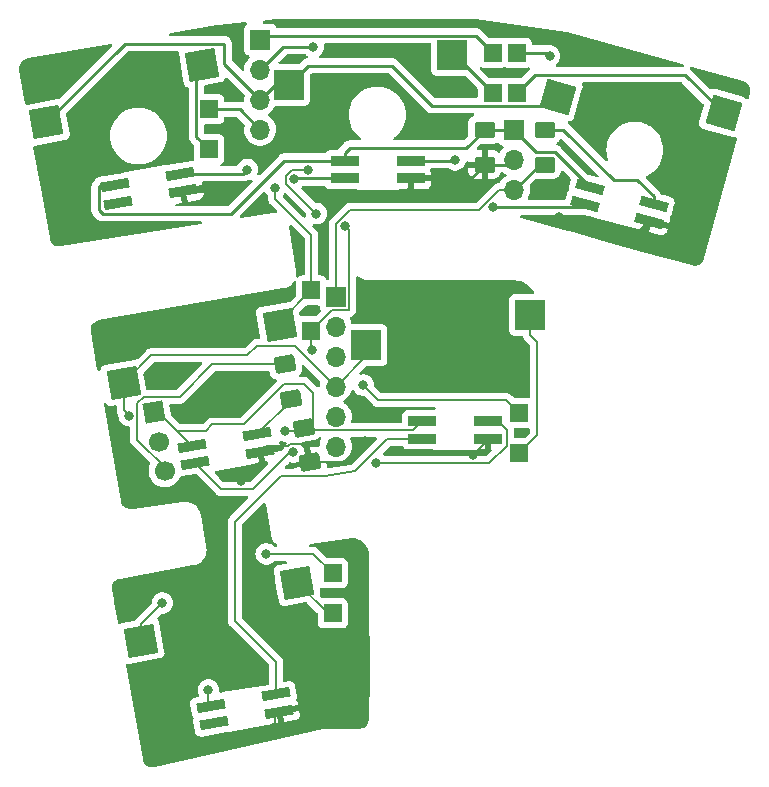
<source format=gbl>
G04 Layer: BottomSilkscreenLayer*
G04 EasyEDA v6.5.25, 2023-03-20 21:11:36*
**********************************至少这一行要换成自己的************************************
G04 Gerber Generator version 0.2*
G04 Scale: 100 percent, Rotated: No, Reflected: No *
G04 Dimensions in millimeters  *
G04 leading zeros omitted , absolute positions ,3 integer and 6 decimal *
G04 #@! TF.GenerationSoftware,KiCad,Pcbnew,7.0.7*
G04 #@! TF.CreationDate,2024-02-03T15:44:35+08:00*
G04 #@! TF.ProjectId,flex,666c6578-2e6b-4696-9361-645f70636258,rev?*
G04 #@! TF.SameCoordinates,Original*
G04 #@! TF.FileFunction,Copper,L2,Bot*
G04 #@! TF.FilePolarity,Positive*
%FSLAX46Y46*%
G04 Gerber Fmt 4.6, Leading zero omitted, Abs format (unit mm)*
G04 Created by KiCad (PCBNEW 7.0.7) date 2024-02-03 15:44:35*
%MOMM*%
%LPD*%
G01*
G04 APERTURE LIST*
G04 Aperture macros list*
%AMRoundRect*
0 Rectangle with rounded corners*
0 $1 Rounding radius*
0 $2 $3 $4 $5 $6 $7 $8 $9 X,Y pos of 4 corners*
0 Add a 4 corners polygon primitive as box body*
4,1,4,$2,$3,$4,$5,$6,$7,$8,$9,$2,$3,0*
0 Add four circle primitives for the rounded corners*
1,1,$1+$1,$2,$3*
1,1,$1+$1,$4,$5*
1,1,$1+$1,$6,$7*
1,1,$1+$1,$8,$9*
0 Add four rect primitives between the rounded corners*
20,1,$1+$1,$2,$3,$4,$5,0*
20,1,$1+$1,$4,$5,$6,$7,0*
20,1,$1+$1,$6,$7,$8,$9,0*
20,1,$1+$1,$8,$9,$2,$3,0*%
%AMHorizOval*
0 Thick line with rounded ends*
0 $1 width*
0 $2 $3 position (X,Y) of the first rounded end (center of the circle)*
0 $4 $5 position (X,Y) of the second rounded end (center of the circle)*
0 Add line between two ends*
20,1,$1,$2,$3,$4,$5,0*
0 Add two circle primitives to create the rounded ends*
1,1,$1,$2,$3*
1,1,$1,$4,$5*%
%AMRotRect*
0 Rectangle, with rotation*
0 The origin of the aperture is its center*
0 $1 length*
0 $2 width*
0 $3 Rotation angle, in degrees counterclockwise*
0 Add horizontal line*
21,1,$1,$2,0,0,$3*%
G04 Aperture macros list end*
G04 #@! TA.AperFunction,ComponentPad*
%ADD10RotRect,1.700000X1.700000X10.000000*%
G04 #@! TD*
G04 #@! TA.AperFunction,ComponentPad*
%ADD11HorizOval,1.700000X0.000000X0.000000X0.000000X0.000000X0*%
G04 #@! TD*
G04 #@! TA.AperFunction,SMDPad,CuDef*
%ADD12R,2.550000X2.500000*%
G04 #@! TD*
G04 #@! TA.AperFunction,SMDPad,CuDef*
%ADD13R,1.524000X1.524000*%
G04 #@! TD*
G04 #@! TA.AperFunction,SMDPad,CuDef*
%ADD14RotRect,2.550000X2.500000X10.000000*%
G04 #@! TD*
G04 #@! TA.AperFunction,ComponentPad*
%ADD15R,1.700000X1.700000*%
G04 #@! TD*
G04 #@! TA.AperFunction,ComponentPad*
%ADD16O,1.700000X1.700000*%
G04 #@! TD*
G04 #@! TA.AperFunction,SMDPad,CuDef*
%ADD17RotRect,2.550000X2.500000X344.000000*%
G04 #@! TD*
G04 #@! TA.AperFunction,SMDPad,CuDef*
%ADD18RoundRect,0.250001X-0.624999X0.462499X-0.624999X-0.462499X0.624999X-0.462499X0.624999X0.462499X0*%
G04 #@! TD*
G04 #@! TA.AperFunction,SMDPad,CuDef*
%ADD19R,2.400000X0.820000*%
G04 #@! TD*
G04 #@! TA.AperFunction,SMDPad,CuDef*
%ADD20RotRect,2.400000X0.820000X190.000000*%
G04 #@! TD*
G04 #@! TA.AperFunction,SMDPad,CuDef*
%ADD21RotRect,2.400000X0.820000X165.000000*%
G04 #@! TD*
G04 #@! TA.AperFunction,SMDPad,CuDef*
%ADD22RoundRect,0.250001X-0.695816X0.346943X-0.535192X-0.564003X0.695816X-0.346943X0.535192X0.564003X0*%
G04 #@! TD*
G04 #@! TA.AperFunction,SMDPad,CuDef*
%ADD23RoundRect,0.250001X0.695816X-0.346943X0.535192X0.564003X-0.695816X0.346943X-0.535192X-0.564003X0*%
G04 #@! TD*
G04 #@! TA.AperFunction,ViaPad*
%ADD24C,0.800000*%
G04 #@! TD*
G04 #@! TA.AperFunction,Conductor*
%ADD25C,0.250000*%
G04 #@! TD*
G04 #@! TA.AperFunction,Conductor*
%ADD26C,0.152400*%
G04 #@! TD*
G04 APERTURE END LIST*
D10*
X68770000Y-77710000D03*
D11*
X69211066Y-80211412D03*
X69652133Y-82712823D03*
D12*
X80165326Y-50002185D03*
X94015326Y-47462185D03*
D13*
X73424526Y-52061785D03*
X73424526Y-55461785D03*
X83872275Y-91345142D03*
X83872275Y-94745142D03*
D14*
X67653387Y-97058569D03*
X80851908Y-92152130D03*
D13*
X82080000Y-70806000D03*
X82080000Y-67406000D03*
D12*
X86724800Y-72034400D03*
X100574800Y-69494400D03*
D15*
X84130000Y-67920000D03*
D16*
X84130000Y-70460000D03*
X84130000Y-73000000D03*
X84130000Y-75540000D03*
X84130000Y-78080000D03*
X84130000Y-80620000D03*
D14*
X59620713Y-53182354D03*
X72819234Y-48275915D03*
D13*
X99490526Y-47267785D03*
X99490526Y-50667785D03*
D15*
X77740526Y-46167785D03*
D16*
X77740526Y-48707785D03*
X77740526Y-51247785D03*
X77740526Y-53787785D03*
D13*
X97424526Y-47261785D03*
X97424526Y-50661785D03*
X99670000Y-77774000D03*
X99670000Y-81174000D03*
D14*
X66180187Y-75214569D03*
X79378708Y-70308130D03*
D17*
X102951506Y-51013962D03*
X116965100Y-52389935D03*
D15*
X99240526Y-53827785D03*
D16*
X99240526Y-56367785D03*
X99240526Y-58907785D03*
D18*
X96740526Y-53780285D03*
X96740526Y-56755285D03*
D19*
X91450000Y-79950000D03*
X97050000Y-79950000D03*
X97050000Y-78450000D03*
X91450000Y-78450000D03*
D20*
X65663300Y-59992606D03*
X71178224Y-59020176D03*
X70917752Y-57542964D03*
X65402828Y-58515394D03*
D21*
X105241819Y-60067536D03*
X110651004Y-61516923D03*
X111039233Y-60068034D03*
X105630048Y-58618647D03*
D20*
X72222774Y-82024821D03*
X77737698Y-81052391D03*
X77477226Y-79575179D03*
X71962302Y-80547609D03*
X73822774Y-104054821D03*
X79337698Y-103082391D03*
X79077226Y-101605179D03*
X73562302Y-102577609D03*
D19*
X84890526Y-57917785D03*
X90490526Y-57917785D03*
X90490526Y-56417785D03*
X84890526Y-56417785D03*
D22*
X81421698Y-79015098D03*
X81938302Y-81944902D03*
D18*
X101840526Y-53780285D03*
X101840526Y-56755285D03*
D23*
X80328302Y-76574902D03*
X79811698Y-73645098D03*
D24*
X94240526Y-56367785D03*
X97440526Y-60367785D03*
X78250000Y-89700000D03*
X78990000Y-58692785D03*
X81820000Y-57192785D03*
X82500000Y-60910000D03*
X84930000Y-61940000D03*
X82160000Y-72440000D03*
X102240526Y-47567785D03*
X82240526Y-46767785D03*
X86470000Y-75430000D03*
X66650000Y-78000000D03*
X69450000Y-93860000D03*
X79850000Y-79300000D03*
X73360000Y-101240000D03*
X86600000Y-80170000D03*
X76150000Y-83540484D03*
X79000000Y-104380000D03*
X87040526Y-59567785D03*
X95790000Y-81333800D03*
X74240526Y-58767785D03*
X103040526Y-61167785D03*
X76640526Y-57167785D03*
X80640526Y-57967785D03*
X87550000Y-82010000D03*
X80550000Y-81098368D03*
D25*
X107693579Y-58058647D02*
X103415217Y-53780285D01*
X97440526Y-60367785D02*
X104941570Y-60367785D01*
X104941570Y-60367785D02*
X105241819Y-60067536D01*
X90490526Y-56417785D02*
X94190526Y-56417785D01*
X78071126Y-45837185D02*
X95999926Y-45837185D01*
X103415217Y-53780285D02*
X101840526Y-53780285D01*
X94190526Y-56417785D02*
X94240526Y-56367785D01*
X95999926Y-45837185D02*
X97424526Y-47261785D01*
X116965100Y-52389935D02*
X113711112Y-49135947D01*
X101022364Y-49135947D02*
X99490526Y-50667785D01*
X109663818Y-58058647D02*
X107693579Y-58058647D01*
X111039233Y-60068034D02*
X111039233Y-59434062D01*
X111039233Y-59434062D02*
X109663818Y-58058647D01*
X77740526Y-46167785D02*
X78071126Y-45837185D01*
X113711112Y-49135947D02*
X101022364Y-49135947D01*
D26*
X82227133Y-89700000D02*
X83872275Y-91345142D01*
X78250000Y-89700000D02*
X82227133Y-89700000D01*
D25*
X72337526Y-54374785D02*
X72337526Y-48757623D01*
D26*
X79378708Y-70308130D02*
X79378708Y-70107292D01*
X82080000Y-67406000D02*
X82080000Y-62720664D01*
X79378708Y-70107292D02*
X82080000Y-67406000D01*
X82080000Y-62720664D02*
X78990000Y-59630664D01*
D25*
X73424526Y-55461785D02*
X72337526Y-54374785D01*
X72337526Y-48757623D02*
X72819234Y-48275915D01*
D26*
X78990000Y-59630664D02*
X78990000Y-58692785D01*
X85256200Y-62266200D02*
X84930000Y-61940000D01*
X82500000Y-60910000D02*
X79964326Y-58374326D01*
D25*
X73424526Y-52061785D02*
X76014526Y-52061785D01*
D26*
X82080000Y-70806000D02*
X83839800Y-69046200D01*
X79964326Y-57687693D02*
X80459234Y-57192785D01*
X82080000Y-72360000D02*
X82080000Y-70806000D01*
X82160000Y-72440000D02*
X82080000Y-72360000D01*
X80459234Y-57192785D02*
X81820000Y-57192785D01*
X85256200Y-69046200D02*
X85256200Y-62266200D01*
X83839800Y-69046200D02*
X85256200Y-69046200D01*
X79964326Y-58374326D02*
X79964326Y-57687693D01*
D25*
X76014526Y-52061785D02*
X77740526Y-53787785D01*
D26*
X83872275Y-94745142D02*
X83444920Y-94745142D01*
X83444920Y-94745142D02*
X80851908Y-92152130D01*
D25*
X79680526Y-46767785D02*
X82240526Y-46767785D01*
D26*
X87708300Y-76668300D02*
X86470000Y-75430000D01*
D25*
X101940526Y-47267785D02*
X99490526Y-47267785D01*
D26*
X98564300Y-76668300D02*
X87708300Y-76668300D01*
D25*
X102240526Y-47567785D02*
X101940526Y-47267785D01*
D26*
X99670000Y-77774000D02*
X98564300Y-76668300D01*
D25*
X77740526Y-48707785D02*
X79680526Y-46767785D01*
X94015326Y-47462185D02*
X94224926Y-47462185D01*
X94224926Y-47462185D02*
X97424526Y-50661785D01*
D26*
X101161570Y-79682430D02*
X101161570Y-71781570D01*
X100574800Y-71194800D02*
X100574800Y-69494400D01*
X99670000Y-81174000D02*
X101161570Y-79682430D01*
X101161570Y-71781570D02*
X100574800Y-71194800D01*
D25*
X74696245Y-48203504D02*
X77740526Y-51247785D01*
X78986126Y-50002185D02*
X77740526Y-51247785D01*
X80165326Y-50002185D02*
X78986126Y-50002185D01*
D26*
X77450001Y-72100000D02*
X80690000Y-72100000D01*
X86724800Y-72945200D02*
X86724800Y-72034400D01*
D25*
X80165326Y-50002185D02*
X81799726Y-48367785D01*
D26*
X68494756Y-72900000D02*
X76650001Y-72900000D01*
X66180187Y-75214569D02*
X68494756Y-72900000D01*
X69450000Y-93860000D02*
X67653387Y-95656613D01*
X66180187Y-77530187D02*
X66650000Y-78000000D01*
D25*
X81799726Y-48367785D02*
X88872829Y-48367785D01*
D26*
X66180187Y-75214569D02*
X66180187Y-77530187D01*
X84130000Y-75540000D02*
X86724800Y-72945200D01*
D25*
X88872829Y-48367785D02*
X92259829Y-51754785D01*
D26*
X80690000Y-72100000D02*
X84130000Y-75540000D01*
D25*
X59620713Y-53182354D02*
X66304563Y-46498504D01*
X66304563Y-46498504D02*
X74696245Y-46498504D01*
X92259829Y-51754785D02*
X102210683Y-51754785D01*
X74696245Y-46498504D02*
X74696245Y-48203504D01*
D26*
X67653387Y-95656613D02*
X67653387Y-97058569D01*
X76650001Y-72900000D02*
X77450001Y-72100000D01*
D25*
X102210683Y-51754785D02*
X102951506Y-51013962D01*
D26*
X90660000Y-79240000D02*
X91450000Y-78450000D01*
X79850000Y-79300000D02*
X79875098Y-79325098D01*
X79781176Y-75300000D02*
X81450000Y-75300000D01*
D25*
X84890526Y-55757785D02*
X85305526Y-55342785D01*
D26*
X73360000Y-102375307D02*
X73562302Y-102577609D01*
D25*
X79790526Y-56417785D02*
X84890526Y-56417785D01*
X99240526Y-53827785D02*
X101130526Y-55717785D01*
D26*
X81491698Y-79325098D02*
X81576796Y-79240000D01*
D25*
X95178026Y-55342785D02*
X96740526Y-53780285D01*
D26*
X71962302Y-80547609D02*
X70714693Y-79300000D01*
X73360000Y-101240000D02*
X73360000Y-102375307D01*
D25*
X102729186Y-55717785D02*
X105630048Y-58618647D01*
D26*
X76331176Y-78750000D02*
X79781176Y-75300000D01*
X81576796Y-79240000D02*
X90660000Y-79240000D01*
D25*
X84890526Y-56417785D02*
X84890526Y-55757785D01*
X64085335Y-60612594D02*
X64402496Y-60929755D01*
D26*
X79875098Y-79325098D02*
X81491698Y-79325098D01*
D25*
X64402496Y-60929755D02*
X75278556Y-60929755D01*
X65402828Y-58515394D02*
X64184316Y-58515394D01*
D26*
X69028054Y-77613361D02*
X71962302Y-80547609D01*
D25*
X96740526Y-53780285D02*
X99193026Y-53780285D01*
D26*
X82250000Y-78566796D02*
X81491698Y-79325098D01*
X73128191Y-79300000D02*
X73678191Y-78750000D01*
D25*
X75278556Y-60929755D02*
X79790526Y-56417785D01*
D26*
X82250000Y-76100000D02*
X82250000Y-78566796D01*
X70714693Y-79300000D02*
X73128191Y-79300000D01*
D25*
X99193026Y-53780285D02*
X99240526Y-53827785D01*
D26*
X73678191Y-78750000D02*
X76331176Y-78750000D01*
D25*
X64085335Y-58614375D02*
X64085335Y-60612594D01*
X101130526Y-55717785D02*
X102729186Y-55717785D01*
X85305526Y-55342785D02*
X95178026Y-55342785D01*
D26*
X69011539Y-77613361D02*
X69028054Y-77613361D01*
D25*
X64184316Y-58515394D02*
X64085335Y-58614375D01*
D26*
X81450000Y-75300000D02*
X82250000Y-76100000D01*
X69893672Y-82616184D02*
X67326200Y-80048712D01*
D25*
X101393026Y-56755285D02*
X101840526Y-56755285D01*
X99240526Y-58907785D02*
X101393026Y-56755285D01*
D26*
X67326200Y-76973800D02*
X67890000Y-76410000D01*
X67326200Y-80048712D02*
X67326200Y-76973800D01*
X70916200Y-76410000D02*
X73681102Y-73645098D01*
X67890000Y-76410000D02*
X70916200Y-76410000D01*
X73681102Y-73645098D02*
X79811698Y-73645098D01*
X84130000Y-61770654D02*
X85341573Y-60559081D01*
X96292938Y-60559081D02*
X97944234Y-58907785D01*
X84130000Y-67920000D02*
X84130000Y-61770654D01*
X85341573Y-60559081D02*
X96292938Y-60559081D01*
X97944234Y-58907785D02*
X99240526Y-58907785D01*
X81302168Y-80422168D02*
X81938302Y-81058302D01*
D25*
X95578026Y-57917785D02*
X96740526Y-56755285D01*
D26*
X80269908Y-80422168D02*
X81302168Y-80422168D01*
D25*
X109862493Y-62305434D02*
X104178175Y-62305434D01*
X89500526Y-59567785D02*
X90490526Y-58577785D01*
D26*
X81938302Y-81944902D02*
X84825098Y-81944902D01*
X81938302Y-81058302D02*
X81938302Y-81944902D01*
D25*
X98853026Y-56755285D02*
X99240526Y-56367785D01*
D26*
X79000000Y-103420089D02*
X79337698Y-103082391D01*
X95790000Y-81333800D02*
X97050000Y-80073800D01*
X77737698Y-81052391D02*
X78220089Y-80570000D01*
X97050000Y-80073800D02*
X97050000Y-79950000D01*
X76150000Y-83540484D02*
X77737698Y-81952786D01*
D25*
X71178224Y-59020176D02*
X73988135Y-59020176D01*
D26*
X80122076Y-80570000D02*
X80269908Y-80422168D01*
X77737698Y-81952786D02*
X77737698Y-81052391D01*
D25*
X90490526Y-58577785D02*
X90490526Y-57917785D01*
D26*
X79000000Y-104380000D02*
X79000000Y-103420089D01*
D25*
X96740526Y-56755285D02*
X98853026Y-56755285D01*
X104178175Y-62305434D02*
X103040526Y-61167785D01*
X110651004Y-61516923D02*
X109862493Y-62305434D01*
D26*
X84825098Y-81944902D02*
X86600000Y-80170000D01*
D25*
X87040526Y-59567785D02*
X89500526Y-59567785D01*
X90490526Y-57917785D02*
X95578026Y-57917785D01*
D26*
X78220089Y-80570000D02*
X80122076Y-80570000D01*
D25*
X73988135Y-59020176D02*
X74240526Y-58767785D01*
D26*
X75582679Y-86978376D02*
X75582679Y-95362716D01*
X75582679Y-95362716D02*
X79077226Y-98857263D01*
D25*
X76265347Y-57542964D02*
X76640526Y-57167785D01*
D26*
X88486631Y-79950000D02*
X85735733Y-82700898D01*
X83232724Y-83093630D02*
X79467425Y-83093630D01*
D25*
X80640526Y-57967785D02*
X80690526Y-57917785D01*
D26*
X91450000Y-79950000D02*
X88486631Y-79950000D01*
X79077226Y-98857263D02*
X79077226Y-101605179D01*
D25*
X80690526Y-57917785D02*
X84890526Y-57917785D01*
X70917752Y-57542964D02*
X76265347Y-57542964D01*
D26*
X85735733Y-82700898D02*
X83232724Y-83093630D01*
X79467425Y-83093630D02*
X75582679Y-86978376D01*
X97840000Y-78450000D02*
X98610000Y-79220000D01*
X80550000Y-81098368D02*
X80231632Y-81098368D01*
X97050000Y-78450000D02*
X97840000Y-78450000D01*
X98610000Y-79220000D02*
X98610000Y-80552400D01*
X77113316Y-84216684D02*
X74414637Y-84216684D01*
X98610000Y-80552400D02*
X97152400Y-82010000D01*
X80231632Y-81098368D02*
X77113316Y-84216684D01*
X97152400Y-82010000D02*
X87550000Y-82010000D01*
X74414637Y-84216684D02*
X72222774Y-82024821D01*
X80328302Y-76574902D02*
X80328302Y-76724103D01*
X80328302Y-76724103D02*
X77477226Y-79575179D01*
G04 #@! TA.AperFunction,Conductor*
G36*
X64670435Y-76899479D02*
G01*
X64714516Y-76943835D01*
X64740331Y-76987741D01*
X64846952Y-77087800D01*
X64846955Y-77087802D01*
X64977450Y-77153772D01*
X65121245Y-77180305D01*
X65182018Y-77176201D01*
X65447608Y-77129370D01*
X65518166Y-77137239D01*
X65573270Y-77182006D01*
X65595424Y-77249458D01*
X65595487Y-77253456D01*
X65595487Y-77487733D01*
X65594947Y-77495965D01*
X65591912Y-77519022D01*
X65590442Y-77530187D01*
X65595487Y-77568505D01*
X65595487Y-77568508D01*
X65598200Y-77589112D01*
X65610536Y-77682822D01*
X65610537Y-77682824D01*
X65644989Y-77765998D01*
X65669453Y-77825060D01*
X65684352Y-77844476D01*
X65700331Y-77865301D01*
X65713990Y-77883102D01*
X65739589Y-77949322D01*
X65739336Y-77972971D01*
X65736496Y-77999998D01*
X65736496Y-77999999D01*
X65756457Y-78189927D01*
X65783100Y-78271923D01*
X65815473Y-78371556D01*
X65815476Y-78371561D01*
X65910958Y-78536941D01*
X65910965Y-78536951D01*
X66038744Y-78678864D01*
X66084930Y-78712420D01*
X66193248Y-78791118D01*
X66367712Y-78868794D01*
X66554513Y-78908500D01*
X66615500Y-78908500D01*
X66683621Y-78928502D01*
X66730114Y-78982158D01*
X66741500Y-79034500D01*
X66741500Y-80006258D01*
X66740960Y-80014490D01*
X66737629Y-80039795D01*
X66736455Y-80048712D01*
X66739488Y-80071750D01*
X66741500Y-80087030D01*
X66756549Y-80201347D01*
X66798210Y-80301925D01*
X66815464Y-80343582D01*
X66815466Y-80343585D01*
X66830642Y-80363362D01*
X66875658Y-80422029D01*
X66909189Y-80465727D01*
X66936583Y-80486747D01*
X66942776Y-80492178D01*
X68073503Y-81622906D01*
X68411107Y-81960510D01*
X68445133Y-82022822D01*
X68440068Y-82093638D01*
X68437400Y-82100218D01*
X68362836Y-82270208D01*
X68362835Y-82270210D01*
X68307570Y-82488447D01*
X68307569Y-82488453D01*
X68307569Y-82488455D01*
X68288977Y-82712823D01*
X68298703Y-82830200D01*
X68307570Y-82937198D01*
X68362835Y-83155435D01*
X68362836Y-83155436D01*
X68362837Y-83155439D01*
X68399930Y-83240003D01*
X68453274Y-83361616D01*
X68576408Y-83550088D01*
X68576412Y-83550093D01*
X68728895Y-83715731D01*
X68748984Y-83731367D01*
X68906557Y-83854012D01*
X69104559Y-83961165D01*
X69104560Y-83961165D01*
X69104561Y-83961166D01*
X69216360Y-83999546D01*
X69317498Y-84034267D01*
X69539564Y-84071323D01*
X69539568Y-84071323D01*
X69764698Y-84071323D01*
X69764702Y-84071323D01*
X69986768Y-84034267D01*
X70199707Y-83961165D01*
X70397709Y-83854012D01*
X70575373Y-83715729D01*
X70727855Y-83550091D01*
X70850993Y-83361614D01*
X70914685Y-83216409D01*
X70960363Y-83162065D01*
X71028175Y-83141040D01*
X71052933Y-83143117D01*
X71091828Y-83150295D01*
X71152601Y-83146191D01*
X72248105Y-82953023D01*
X72318661Y-82960892D01*
X72359076Y-82988013D01*
X73971172Y-84600110D01*
X73976604Y-84606304D01*
X73997622Y-84633695D01*
X73997624Y-84633697D01*
X74028288Y-84657226D01*
X74119764Y-84727418D01*
X74178680Y-84751821D01*
X74262000Y-84786334D01*
X74376316Y-84801384D01*
X74376318Y-84801384D01*
X74414637Y-84806429D01*
X74414638Y-84806429D01*
X74448859Y-84801924D01*
X74457091Y-84801384D01*
X76628591Y-84801384D01*
X76696712Y-84821386D01*
X76743205Y-84875042D01*
X76753309Y-84945316D01*
X76723815Y-85009896D01*
X76717701Y-85016463D01*
X75523104Y-86211060D01*
X75199262Y-86534902D01*
X75193061Y-86540340D01*
X75165666Y-86561363D01*
X75106101Y-86638989D01*
X75071803Y-86683687D01*
X75071154Y-86685413D01*
X75013028Y-86825740D01*
X74997979Y-86940055D01*
X74992934Y-86978375D01*
X74992934Y-86978376D01*
X74997439Y-87012597D01*
X74997979Y-87020829D01*
X74997979Y-95320262D01*
X74997439Y-95328494D01*
X74993062Y-95361740D01*
X74992934Y-95362716D01*
X74997979Y-95401034D01*
X74997979Y-95401037D01*
X75003231Y-95440931D01*
X75013028Y-95515351D01*
X75037140Y-95573561D01*
X75071944Y-95657588D01*
X75071944Y-95657589D01*
X75106101Y-95702102D01*
X75165665Y-95779729D01*
X75193062Y-95800751D01*
X75199255Y-95806182D01*
X78455622Y-99062549D01*
X78489647Y-99124859D01*
X78492526Y-99151642D01*
X78492526Y-100669881D01*
X78472524Y-100738002D01*
X78418868Y-100784495D01*
X78388406Y-100793967D01*
X77984974Y-100865103D01*
X77928969Y-100862308D01*
X77919400Y-100859615D01*
X77910432Y-100859168D01*
X77882593Y-100854616D01*
X77873952Y-100852185D01*
X77873951Y-100852185D01*
X77851132Y-100856209D01*
X74531032Y-101441631D01*
X74531024Y-101441633D01*
X74525607Y-101442589D01*
X74525606Y-101442589D01*
X74435471Y-101458483D01*
X74435469Y-101458484D01*
X74421491Y-101460949D01*
X74421178Y-101459174D01*
X74367970Y-101465228D01*
X74304287Y-101433843D01*
X74267682Y-101373011D01*
X74264262Y-101327928D01*
X74273504Y-101240000D01*
X74253542Y-101050072D01*
X74194527Y-100868444D01*
X74099040Y-100703056D01*
X74099038Y-100703054D01*
X74099034Y-100703048D01*
X73971255Y-100561135D01*
X73816752Y-100448882D01*
X73642288Y-100371206D01*
X73455487Y-100331500D01*
X73264513Y-100331500D01*
X73077711Y-100371206D01*
X72903247Y-100448882D01*
X72748744Y-100561135D01*
X72620965Y-100703048D01*
X72620958Y-100703058D01*
X72525476Y-100868438D01*
X72525473Y-100868444D01*
X72510999Y-100912986D01*
X72466457Y-101050072D01*
X72446496Y-101240000D01*
X72466457Y-101429927D01*
X72488701Y-101498385D01*
X72525473Y-101611556D01*
X72525473Y-101611557D01*
X72525474Y-101611558D01*
X72548792Y-101651946D01*
X72565529Y-101720941D01*
X72542308Y-101788033D01*
X72486501Y-101831920D01*
X72461552Y-101839031D01*
X72173137Y-101889887D01*
X72114624Y-101906816D01*
X71988576Y-101980930D01*
X71888514Y-102087554D01*
X71822544Y-102218050D01*
X71811902Y-102275726D01*
X71796012Y-102361843D01*
X71800116Y-102422617D01*
X71800117Y-102422622D01*
X71954494Y-103298138D01*
X71959400Y-103325957D01*
X71966996Y-103352214D01*
X71976327Y-103384468D01*
X71976328Y-103384469D01*
X72050442Y-103510518D01*
X72050443Y-103510519D01*
X72050444Y-103510520D01*
X72067098Y-103526150D01*
X72103083Y-103587352D01*
X72100267Y-103658292D01*
X72093324Y-103674869D01*
X72083017Y-103695258D01*
X72083016Y-103695260D01*
X72056484Y-103839055D01*
X72060588Y-103899829D01*
X72060589Y-103899834D01*
X72219459Y-104800830D01*
X72219872Y-104803169D01*
X72222627Y-104812691D01*
X72236799Y-104861680D01*
X72310915Y-104987732D01*
X72417535Y-105087790D01*
X72417538Y-105087792D01*
X72548033Y-105153762D01*
X72691828Y-105180295D01*
X72752601Y-105176191D01*
X74915023Y-104794896D01*
X74971028Y-104797691D01*
X74980596Y-104800382D01*
X74980599Y-104800384D01*
X74989558Y-104800830D01*
X75017412Y-104805384D01*
X75026048Y-104807815D01*
X75116183Y-104791922D01*
X75116183Y-104791921D01*
X78354429Y-104220930D01*
X78374392Y-104217410D01*
X78374394Y-104217411D01*
X78464529Y-104201518D01*
X78471816Y-104196278D01*
X78496427Y-104182475D01*
X78504696Y-104178990D01*
X78504699Y-104178986D01*
X78513699Y-104172517D01*
X78565372Y-104150734D01*
X79246965Y-104030550D01*
X79122726Y-103325957D01*
X79116108Y-103288425D01*
X79631945Y-103288425D01*
X79747248Y-103942337D01*
X80726724Y-103769629D01*
X80726739Y-103769626D01*
X80785178Y-103752719D01*
X80911109Y-103678674D01*
X81011070Y-103572158D01*
X81011073Y-103572154D01*
X81076975Y-103441793D01*
X81076978Y-103441786D01*
X81103482Y-103298142D01*
X81103482Y-103298138D01*
X81099381Y-103237417D01*
X81063855Y-103035940D01*
X79631945Y-103288425D01*
X79116108Y-103288425D01*
X79065329Y-103000442D01*
X79073198Y-102929882D01*
X79117965Y-102874779D01*
X79167535Y-102854476D01*
X80975642Y-102535657D01*
X80940115Y-102334176D01*
X80940113Y-102334166D01*
X80923206Y-102275726D01*
X80849162Y-102149797D01*
X80849161Y-102149796D01*
X80832663Y-102134313D01*
X80796679Y-102073111D01*
X80799495Y-102002171D01*
X80806435Y-101985604D01*
X80816983Y-101964740D01*
X80843516Y-101820945D01*
X80839412Y-101760171D01*
X80680128Y-100856831D01*
X80663200Y-100798319D01*
X80589086Y-100672270D01*
X80589085Y-100672269D01*
X80589084Y-100672267D01*
X80482464Y-100572209D01*
X80482461Y-100572207D01*
X80409783Y-100535466D01*
X80351967Y-100506238D01*
X80351965Y-100506237D01*
X80208175Y-100479705D01*
X80208174Y-100479705D01*
X80208172Y-100479705D01*
X80147399Y-100483809D01*
X80147394Y-100483809D01*
X80147392Y-100483810D01*
X79809805Y-100543335D01*
X79739246Y-100535466D01*
X79684143Y-100490698D01*
X79661989Y-100423246D01*
X79661926Y-100419249D01*
X79661926Y-98899723D01*
X79662466Y-98891491D01*
X79666972Y-98857263D01*
X79646876Y-98704627D01*
X79587960Y-98562391D01*
X79587960Y-98562390D01*
X79549576Y-98512367D01*
X79516802Y-98469654D01*
X79516797Y-98469648D01*
X79494240Y-98440251D01*
X79494239Y-98440250D01*
X79466845Y-98419230D01*
X79460655Y-98413801D01*
X76204284Y-95157430D01*
X76170258Y-95095118D01*
X76167379Y-95068335D01*
X76167379Y-87272756D01*
X76187381Y-87204635D01*
X76204284Y-87183661D01*
X77052199Y-86335746D01*
X77981798Y-85406146D01*
X78044108Y-85372123D01*
X78114923Y-85377187D01*
X78171759Y-85419734D01*
X78195106Y-85474109D01*
X78632289Y-88043596D01*
X78632775Y-88049970D01*
X78641320Y-88096777D01*
X78641320Y-88096778D01*
X78641571Y-88098153D01*
X78644737Y-88116756D01*
X78644840Y-88117360D01*
X78645965Y-88122145D01*
X78660300Y-88200421D01*
X78660302Y-88200426D01*
X78731234Y-88398876D01*
X78833460Y-88583167D01*
X78964266Y-88748404D01*
X79120176Y-88890198D01*
X79120177Y-88890199D01*
X79123981Y-88893658D01*
X79123040Y-88894692D01*
X79161010Y-88946910D01*
X79165092Y-89017789D01*
X79130205Y-89079623D01*
X79067427Y-89112780D01*
X79042355Y-89115300D01*
X79002139Y-89115300D01*
X78934018Y-89095298D01*
X78908502Y-89073610D01*
X78861252Y-89021133D01*
X78706752Y-88908882D01*
X78532288Y-88831206D01*
X78345487Y-88791500D01*
X78154513Y-88791500D01*
X77967711Y-88831206D01*
X77793247Y-88908882D01*
X77638744Y-89021135D01*
X77510965Y-89163048D01*
X77510958Y-89163058D01*
X77415476Y-89328438D01*
X77415473Y-89328445D01*
X77356457Y-89510072D01*
X77336496Y-89699999D01*
X77356457Y-89889927D01*
X77383180Y-89972168D01*
X77415473Y-90071556D01*
X77415476Y-90071561D01*
X77510958Y-90236941D01*
X77510965Y-90236951D01*
X77638744Y-90378864D01*
X77638747Y-90378866D01*
X77793248Y-90491118D01*
X77967712Y-90568794D01*
X78154513Y-90608500D01*
X78345487Y-90608500D01*
X78532288Y-90568794D01*
X78706752Y-90491118D01*
X78861253Y-90378866D01*
X78908502Y-90326389D01*
X78968948Y-90289150D01*
X79002139Y-90284700D01*
X79875644Y-90284700D01*
X79943765Y-90304702D01*
X79990258Y-90358358D01*
X80000362Y-90428632D01*
X79970868Y-90493212D01*
X79911142Y-90531596D01*
X79897524Y-90534786D01*
X79243018Y-90650193D01*
X79184505Y-90667122D01*
X79058457Y-90741236D01*
X78958395Y-90847860D01*
X78892425Y-90978356D01*
X78865892Y-91122149D01*
X78865893Y-91122149D01*
X78869997Y-91182923D01*
X79115526Y-92575387D01*
X79321009Y-93740740D01*
X79337938Y-93799253D01*
X79412053Y-93925303D01*
X79518673Y-94025361D01*
X79518676Y-94025363D01*
X79649171Y-94091333D01*
X79792966Y-94117866D01*
X79853739Y-94113762D01*
X81602342Y-93805435D01*
X81672898Y-93813304D01*
X81713314Y-93840426D01*
X82564870Y-94691982D01*
X82598896Y-94754294D01*
X82601775Y-94781077D01*
X82601775Y-95555791D01*
X82608284Y-95616338D01*
X82608286Y-95616346D01*
X82659385Y-95753344D01*
X82659387Y-95753349D01*
X82747013Y-95870403D01*
X82864067Y-95958029D01*
X82864069Y-95958030D01*
X82864071Y-95958031D01*
X82923150Y-95980066D01*
X83001070Y-96009130D01*
X83001078Y-96009132D01*
X83061625Y-96015641D01*
X83061630Y-96015641D01*
X83061637Y-96015642D01*
X83061643Y-96015642D01*
X84682907Y-96015642D01*
X84682913Y-96015642D01*
X84682920Y-96015641D01*
X84682924Y-96015641D01*
X84743471Y-96009132D01*
X84743474Y-96009131D01*
X84743476Y-96009131D01*
X84880479Y-95958031D01*
X84997536Y-95870403D01*
X84997535Y-95870403D01*
X85085162Y-95753349D01*
X85085162Y-95753348D01*
X85085164Y-95753346D01*
X85131851Y-95628174D01*
X85136263Y-95616346D01*
X85136265Y-95616338D01*
X85142774Y-95555791D01*
X85142775Y-95555774D01*
X85142775Y-93934509D01*
X85142774Y-93934492D01*
X85136265Y-93873945D01*
X85136263Y-93873937D01*
X85104268Y-93788157D01*
X85085164Y-93736938D01*
X85085163Y-93736936D01*
X85085162Y-93736934D01*
X84997536Y-93619880D01*
X84880482Y-93532254D01*
X84880477Y-93532252D01*
X84743479Y-93481153D01*
X84743471Y-93481151D01*
X84682924Y-93474642D01*
X84682913Y-93474642D01*
X83061637Y-93474642D01*
X83060479Y-93474704D01*
X83060217Y-93474642D01*
X83058263Y-93474642D01*
X83058263Y-93474180D01*
X82991387Y-93458372D01*
X82964648Y-93437979D01*
X82864635Y-93337966D01*
X82830609Y-93275654D01*
X82829822Y-93226011D01*
X82837923Y-93182111D01*
X82833819Y-93121337D01*
X82763616Y-92723200D01*
X82771485Y-92652645D01*
X82816252Y-92597541D01*
X82883704Y-92575387D01*
X82931735Y-92583269D01*
X83001070Y-92609130D01*
X83001078Y-92609132D01*
X83061625Y-92615641D01*
X83061630Y-92615641D01*
X83061637Y-92615642D01*
X83061643Y-92615642D01*
X84682907Y-92615642D01*
X84682913Y-92615642D01*
X84682920Y-92615641D01*
X84682924Y-92615641D01*
X84743471Y-92609132D01*
X84743474Y-92609131D01*
X84743476Y-92609131D01*
X84880479Y-92558031D01*
X84997536Y-92470403D01*
X85085164Y-92353346D01*
X85136264Y-92216343D01*
X85142775Y-92155780D01*
X85142775Y-90534504D01*
X85142774Y-90534492D01*
X85136265Y-90473945D01*
X85136263Y-90473937D01*
X85085164Y-90336939D01*
X85085162Y-90336934D01*
X84997536Y-90219880D01*
X84880482Y-90132254D01*
X84880477Y-90132252D01*
X84743479Y-90081153D01*
X84743471Y-90081151D01*
X84682924Y-90074642D01*
X84682913Y-90074642D01*
X83480855Y-90074642D01*
X83412734Y-90054640D01*
X83391760Y-90037737D01*
X83054022Y-89699999D01*
X82670594Y-89316571D01*
X82665167Y-89310383D01*
X82652938Y-89294445D01*
X82644145Y-89282985D01*
X82566519Y-89223422D01*
X82522005Y-89189265D01*
X82480345Y-89172010D01*
X82458709Y-89163048D01*
X82379770Y-89130350D01*
X82379769Y-89130349D01*
X82292050Y-89118801D01*
X82265454Y-89115300D01*
X82265452Y-89115300D01*
X82227133Y-89110255D01*
X82227132Y-89110255D01*
X82192911Y-89114760D01*
X82184679Y-89115300D01*
X82023803Y-89115300D01*
X81955682Y-89095298D01*
X81909189Y-89041642D01*
X81899085Y-88971368D01*
X81928579Y-88906788D01*
X81988305Y-88868404D01*
X82006094Y-88864550D01*
X85497693Y-88368977D01*
X85524902Y-88368087D01*
X85703473Y-88381598D01*
X85716439Y-88382579D01*
X85735232Y-88385439D01*
X85935488Y-88431593D01*
X85953628Y-88437245D01*
X86144674Y-88513004D01*
X86161761Y-88521323D01*
X86339227Y-88624956D01*
X86354871Y-88635752D01*
X86514718Y-88764893D01*
X86528562Y-88777921D01*
X86667176Y-88929656D01*
X86678901Y-88944617D01*
X86736000Y-89030038D01*
X86791309Y-89112780D01*
X86793101Y-89115460D01*
X86802443Y-89132016D01*
X86889646Y-89318105D01*
X86896391Y-89335876D01*
X86954609Y-89532969D01*
X86958603Y-89551554D01*
X86986507Y-89755154D01*
X86987660Y-89774128D01*
X86984729Y-89972168D01*
X86984340Y-89978287D01*
X86983626Y-89984627D01*
X86983625Y-89995316D01*
X86983368Y-90000988D01*
X86980846Y-90028855D01*
X86982159Y-90041197D01*
X86981238Y-90041294D01*
X86983625Y-90056960D01*
X86983625Y-93257690D01*
X86983580Y-93258489D01*
X86983625Y-93283863D01*
X86983625Y-93309358D01*
X86983670Y-93310162D01*
X86995402Y-100031539D01*
X86909770Y-103658511D01*
X86907045Y-103674935D01*
X86907257Y-103674959D01*
X86905907Y-103687296D01*
X86908109Y-103712444D01*
X86908331Y-103719425D01*
X86908144Y-103727372D01*
X86908911Y-103736014D01*
X86909150Y-103742539D01*
X86907352Y-103861298D01*
X86904324Y-103886910D01*
X86877825Y-104005306D01*
X86869646Y-104029764D01*
X86819595Y-104140287D01*
X86806608Y-104162567D01*
X86794630Y-104178988D01*
X86735102Y-104260586D01*
X86717850Y-104279755D01*
X86627886Y-104361160D01*
X86607092Y-104376416D01*
X86502436Y-104437799D01*
X86478972Y-104448501D01*
X86364014Y-104487289D01*
X86338862Y-104492990D01*
X86209703Y-104508612D01*
X86202587Y-104509067D01*
X83067486Y-104531722D01*
X83067444Y-104531722D01*
X83045733Y-104531686D01*
X83044940Y-104531782D01*
X83044106Y-104531874D01*
X83022941Y-104536865D01*
X68824678Y-107752362D01*
X68824647Y-107752366D01*
X68776923Y-107763177D01*
X68770670Y-107764265D01*
X68667130Y-107776949D01*
X68626671Y-107781906D01*
X68601302Y-107782440D01*
X68466235Y-107771634D01*
X68441273Y-107767073D01*
X68311118Y-107729426D01*
X68287575Y-107719956D01*
X68167602Y-107656992D01*
X68146435Y-107642998D01*
X68041508Y-107557271D01*
X68023578Y-107539324D01*
X67937946Y-107434299D01*
X67923980Y-107413128D01*
X67861135Y-107293089D01*
X67851689Y-107269539D01*
X67837728Y-107221092D01*
X67811462Y-107129945D01*
X67810020Y-107123788D01*
X67803492Y-107087852D01*
X67803491Y-107087851D01*
X67801191Y-107075185D01*
X67801180Y-107075148D01*
X67291431Y-104270175D01*
X67291430Y-104270173D01*
X66361830Y-99154913D01*
X66369330Y-99084315D01*
X66413808Y-99028977D01*
X66481143Y-99006471D01*
X66508664Y-99008477D01*
X66552850Y-99016629D01*
X66594445Y-99024305D01*
X66655218Y-99020201D01*
X69262276Y-98560506D01*
X69320789Y-98543577D01*
X69446837Y-98469463D01*
X69546899Y-98362840D01*
X69612869Y-98232345D01*
X69639402Y-98088550D01*
X69635298Y-98027776D01*
X69184286Y-95469959D01*
X69167357Y-95411446D01*
X69093243Y-95285398D01*
X69093242Y-95285397D01*
X69093241Y-95285395D01*
X69063371Y-95257364D01*
X69027385Y-95196163D01*
X69030200Y-95125222D01*
X69060499Y-95076390D01*
X69068555Y-95068335D01*
X69331486Y-94805404D01*
X69393799Y-94771379D01*
X69420582Y-94768500D01*
X69545487Y-94768500D01*
X69732288Y-94728794D01*
X69906752Y-94651118D01*
X70061253Y-94538866D01*
X70189040Y-94396944D01*
X70284527Y-94231556D01*
X70343542Y-94049928D01*
X70363504Y-93860000D01*
X70343542Y-93670072D01*
X70284527Y-93488444D01*
X70189040Y-93323056D01*
X70189038Y-93323054D01*
X70189034Y-93323048D01*
X70061255Y-93181135D01*
X69906752Y-93068882D01*
X69732288Y-92991206D01*
X69545487Y-92951500D01*
X69354513Y-92951500D01*
X69167711Y-92991206D01*
X68993247Y-93068882D01*
X68838744Y-93181135D01*
X68710965Y-93323048D01*
X68710958Y-93323058D01*
X68615476Y-93488438D01*
X68615473Y-93488445D01*
X68556457Y-93670072D01*
X68536496Y-93860001D01*
X68536496Y-93860002D01*
X68538451Y-93878609D01*
X68525677Y-93948447D01*
X68502236Y-93980871D01*
X67269970Y-95213139D01*
X67263769Y-95218577D01*
X67236372Y-95239601D01*
X67178675Y-95314795D01*
X67171361Y-95324326D01*
X67114020Y-95366190D01*
X67093283Y-95371702D01*
X66044497Y-95556632D01*
X65985984Y-95573561D01*
X65985980Y-95573563D01*
X65893101Y-95628174D01*
X65824241Y-95645459D01*
X65756967Y-95622771D01*
X65712639Y-95567314D01*
X65705268Y-95542087D01*
X65700410Y-95515353D01*
X65391383Y-93814883D01*
X65390646Y-93809250D01*
X65386526Y-93788156D01*
X65382676Y-93766973D01*
X65381303Y-93761419D01*
X65336542Y-93532253D01*
X65181779Y-92739905D01*
X65180892Y-92733754D01*
X65179899Y-92723204D01*
X65167542Y-92591892D01*
X65167673Y-92566974D01*
X65181524Y-92434611D01*
X65186552Y-92410218D01*
X65226187Y-92283150D01*
X65235914Y-92260234D01*
X65299772Y-92143466D01*
X65313830Y-92122896D01*
X65399419Y-92020979D01*
X65417248Y-92003578D01*
X65521227Y-91920493D01*
X65542123Y-91906949D01*
X65660413Y-91845953D01*
X65683567Y-91836784D01*
X65820396Y-91797736D01*
X65826460Y-91796326D01*
X65826909Y-91796245D01*
X72083339Y-90664878D01*
X72083986Y-90664826D01*
X72095831Y-90662668D01*
X72095832Y-90662669D01*
X72134882Y-90655558D01*
X72157062Y-90651548D01*
X72157063Y-90651547D01*
X72159383Y-90651128D01*
X72161442Y-90650632D01*
X72238701Y-90636485D01*
X72437143Y-90565560D01*
X72621428Y-90463343D01*
X72786661Y-90332549D01*
X72928453Y-90176651D01*
X73043039Y-89999791D01*
X73127373Y-89806667D01*
X73166537Y-89652368D01*
X73179216Y-89602416D01*
X73179217Y-89602409D01*
X73197193Y-89392442D01*
X73180822Y-89182343D01*
X73164462Y-89115460D01*
X73158074Y-89089345D01*
X73157162Y-89084942D01*
X73146306Y-89021135D01*
X72702886Y-86414991D01*
X72702439Y-86409119D01*
X72694030Y-86362943D01*
X72690431Y-86341787D01*
X72689010Y-86335746D01*
X72680330Y-86288352D01*
X72674802Y-86258165D01*
X72603873Y-86059725D01*
X72603870Y-86059720D01*
X72603870Y-86059718D01*
X72501653Y-85875441D01*
X72447427Y-85806940D01*
X72370855Y-85710210D01*
X72370854Y-85710209D01*
X72370850Y-85710204D01*
X72262529Y-85611688D01*
X72214955Y-85568419D01*
X72214952Y-85568417D01*
X72214951Y-85568416D01*
X72069388Y-85474109D01*
X72038094Y-85453834D01*
X72038090Y-85453832D01*
X72038088Y-85453831D01*
X71844969Y-85369500D01*
X71640712Y-85317658D01*
X71598716Y-85314062D01*
X71430742Y-85299682D01*
X71430737Y-85299682D01*
X71430734Y-85299682D01*
X71220643Y-85316052D01*
X71220639Y-85316052D01*
X71133115Y-85337461D01*
X71126042Y-85338768D01*
X66930366Y-85869094D01*
X66912048Y-85870064D01*
X66909137Y-85870005D01*
X66876426Y-85875830D01*
X66873284Y-85876309D01*
X66866017Y-85877227D01*
X66863027Y-85877533D01*
X66726001Y-85888252D01*
X66701306Y-85887756D01*
X66570320Y-85872191D01*
X66546196Y-85866886D01*
X66420767Y-85826067D01*
X66398142Y-85816158D01*
X66283085Y-85751653D01*
X66262827Y-85737520D01*
X66162569Y-85651811D01*
X66145458Y-85633998D01*
X66063840Y-85530368D01*
X66050533Y-85509560D01*
X65990702Y-85392002D01*
X65981715Y-85369011D01*
X65943289Y-85232526D01*
X65941911Y-85226515D01*
X65935557Y-85190835D01*
X65935555Y-85190833D01*
X65933275Y-85178027D01*
X65933271Y-85178011D01*
X65869746Y-84821386D01*
X65250273Y-81343681D01*
X65169540Y-80890446D01*
X64481853Y-77029794D01*
X64489599Y-76959221D01*
X64534269Y-76904040D01*
X64601682Y-76881769D01*
X64670435Y-76899479D01*
G37*
G04 #@! TD.AperFunction*
G04 #@! TA.AperFunction,Conductor*
G36*
X79509116Y-80142705D02*
G01*
X79567712Y-80168794D01*
X79754513Y-80208500D01*
X79845733Y-80208500D01*
X79913854Y-80228502D01*
X79960347Y-80282158D01*
X79970451Y-80352432D01*
X79940957Y-80417012D01*
X79939369Y-80418810D01*
X79810965Y-80561416D01*
X79810958Y-80561426D01*
X79715473Y-80726809D01*
X79695544Y-80788143D01*
X79664807Y-80838300D01*
X79532388Y-80970718D01*
X79470076Y-81004743D01*
X79465173Y-81005708D01*
X78031945Y-81258425D01*
X78147248Y-81912337D01*
X78292167Y-81886784D01*
X78362726Y-81894653D01*
X78417830Y-81939420D01*
X78439984Y-82006872D01*
X78422153Y-82075593D01*
X78403143Y-82099965D01*
X76908031Y-83595079D01*
X76845718Y-83629104D01*
X76818935Y-83631984D01*
X74709019Y-83631984D01*
X74640898Y-83611982D01*
X74619924Y-83595080D01*
X74277824Y-83252980D01*
X73917355Y-82892512D01*
X73883331Y-82830200D01*
X73888395Y-82759385D01*
X73930942Y-82702549D01*
X73984568Y-82679331D01*
X76754429Y-82190930D01*
X76774392Y-82187410D01*
X76774394Y-82187411D01*
X76864529Y-82171518D01*
X76871816Y-82166278D01*
X76896427Y-82152475D01*
X76904696Y-82148990D01*
X76904699Y-82148986D01*
X76913699Y-82142517D01*
X76965372Y-82120734D01*
X77646965Y-82000550D01*
X77531141Y-81343681D01*
X77465329Y-80970442D01*
X77473198Y-80899882D01*
X77517965Y-80844779D01*
X77567535Y-80824476D01*
X79375642Y-80505657D01*
X79340115Y-80304176D01*
X79340114Y-80304171D01*
X79336834Y-80292834D01*
X79337114Y-80221838D01*
X79375733Y-80162264D01*
X79440429Y-80133026D01*
X79509116Y-80142705D01*
G37*
G04 #@! TD.AperFunction*
G04 #@! TA.AperFunction,Conductor*
G36*
X82870669Y-79844702D02*
G01*
X82917162Y-79898358D01*
X82927266Y-79968632D01*
X82917935Y-80001312D01*
X82912155Y-80014490D01*
X82840705Y-80177380D01*
X82840702Y-80177387D01*
X82785437Y-80395624D01*
X82785436Y-80395630D01*
X82785436Y-80395632D01*
X82774831Y-80523617D01*
X82749271Y-80589853D01*
X82691959Y-80631756D01*
X82631000Y-80637881D01*
X82495689Y-80618060D01*
X82391609Y-80625643D01*
X81976505Y-80698838D01*
X82144337Y-81650654D01*
X82210670Y-82026850D01*
X82202801Y-82097410D01*
X82158033Y-82152513D01*
X82108464Y-82172816D01*
X80620419Y-82435198D01*
X80606414Y-82455200D01*
X80550957Y-82499529D01*
X80503200Y-82508930D01*
X79952151Y-82508930D01*
X79884030Y-82488928D01*
X79837537Y-82435272D01*
X79827433Y-82364998D01*
X79856927Y-82300418D01*
X79863055Y-82293835D01*
X80014373Y-82142517D01*
X80155022Y-82001866D01*
X80217335Y-81967842D01*
X80270313Y-81967715D01*
X80454513Y-82006868D01*
X80645487Y-82006868D01*
X80832288Y-81967162D01*
X81006752Y-81889486D01*
X81052730Y-81856080D01*
X81104910Y-81833931D01*
X81644053Y-81738866D01*
X81476222Y-80787051D01*
X81458994Y-80774988D01*
X81440889Y-80772969D01*
X81385786Y-80728201D01*
X81380451Y-80719753D01*
X81375635Y-80711412D01*
X81289040Y-80561424D01*
X81289038Y-80561422D01*
X81289034Y-80561416D01*
X81221161Y-80486036D01*
X81190444Y-80422029D01*
X81199208Y-80351575D01*
X81244670Y-80297044D01*
X81292915Y-80277640D01*
X82299003Y-80100241D01*
X82399463Y-80071751D01*
X82555535Y-79987599D01*
X82687991Y-79869722D01*
X82687994Y-79869717D01*
X82690471Y-79866935D01*
X82692651Y-79865574D01*
X82693473Y-79864843D01*
X82693597Y-79864983D01*
X82750700Y-79829345D01*
X82784596Y-79824700D01*
X82802548Y-79824700D01*
X82870669Y-79844702D01*
G37*
G04 #@! TD.AperFunction*
G04 #@! TA.AperFunction,Conductor*
G36*
X87548972Y-79844702D02*
G01*
X87595465Y-79898358D01*
X87605569Y-79968632D01*
X87576075Y-80033212D01*
X87569946Y-80039795D01*
X85485975Y-82123764D01*
X85423663Y-82157790D01*
X85416411Y-82159146D01*
X83541667Y-82453301D01*
X83471269Y-82444100D01*
X83417021Y-82398300D01*
X83396146Y-82330441D01*
X83396779Y-82320920D01*
X83396707Y-82320918D01*
X83396957Y-82314041D01*
X83389374Y-82209960D01*
X83347699Y-81973613D01*
X83355568Y-81903054D01*
X83400335Y-81847950D01*
X83467787Y-81825796D01*
X83531753Y-81840919D01*
X83544745Y-81847950D01*
X83582422Y-81868340D01*
X83582428Y-81868343D01*
X83680835Y-81902126D01*
X83795365Y-81941444D01*
X84017431Y-81978500D01*
X84017435Y-81978500D01*
X84242565Y-81978500D01*
X84242569Y-81978500D01*
X84464635Y-81941444D01*
X84677574Y-81868342D01*
X84875576Y-81761189D01*
X85053240Y-81622906D01*
X85205722Y-81457268D01*
X85328860Y-81268791D01*
X85419296Y-81062616D01*
X85474564Y-80844368D01*
X85493156Y-80620000D01*
X85474564Y-80395632D01*
X85474562Y-80395624D01*
X85419297Y-80177387D01*
X85419294Y-80177380D01*
X85415527Y-80168793D01*
X85342064Y-80001313D01*
X85333018Y-79930896D01*
X85363479Y-79866766D01*
X85423775Y-79829284D01*
X85457452Y-79824700D01*
X87480851Y-79824700D01*
X87548972Y-79844702D01*
G37*
G04 #@! TD.AperFunction*
G04 #@! TA.AperFunction,Conductor*
G36*
X97246121Y-79716002D02*
G01*
X97292614Y-79769658D01*
X97304000Y-79822000D01*
X97304000Y-80874103D01*
X97330685Y-80922972D01*
X97325620Y-80993787D01*
X97296660Y-81038849D01*
X96947113Y-81388396D01*
X96884803Y-81422420D01*
X96858020Y-81425300D01*
X88302139Y-81425300D01*
X88234018Y-81405298D01*
X88208502Y-81383610D01*
X88192543Y-81365886D01*
X88161253Y-81331134D01*
X88148047Y-81321539D01*
X88104693Y-81265316D01*
X88098618Y-81194580D01*
X88131750Y-81131789D01*
X88133013Y-81130507D01*
X88382544Y-80880977D01*
X88691916Y-80571604D01*
X88754229Y-80537579D01*
X88781012Y-80534700D01*
X89685308Y-80534700D01*
X89753429Y-80554702D01*
X89795898Y-80600320D01*
X89799111Y-80606204D01*
X89886738Y-80723261D01*
X90003792Y-80810887D01*
X90003794Y-80810888D01*
X90003796Y-80810889D01*
X90062875Y-80832924D01*
X90140795Y-80861988D01*
X90140803Y-80861990D01*
X90201350Y-80868499D01*
X90201355Y-80868499D01*
X90201362Y-80868500D01*
X92397145Y-80868500D01*
X92451813Y-80880977D01*
X92460767Y-80885288D01*
X92460769Y-80885290D01*
X92469521Y-80887287D01*
X92496149Y-80896605D01*
X92504237Y-80900500D01*
X95995762Y-80900500D01*
X95995763Y-80900500D01*
X96003850Y-80896605D01*
X96030482Y-80887286D01*
X96039231Y-80885290D01*
X96039231Y-80885289D01*
X96039233Y-80885289D01*
X96049224Y-80880478D01*
X96103893Y-80868000D01*
X96796000Y-80868000D01*
X96796000Y-79822000D01*
X96816002Y-79753879D01*
X96869658Y-79707386D01*
X96922000Y-79696000D01*
X97178000Y-79696000D01*
X97246121Y-79716002D01*
G37*
G04 #@! TD.AperFunction*
G04 #@! TA.AperFunction,Conductor*
G36*
X100518991Y-79064502D02*
G01*
X100565484Y-79118158D01*
X100576870Y-79170500D01*
X100576870Y-79388048D01*
X100556868Y-79456169D01*
X100539965Y-79477143D01*
X100150512Y-79866596D01*
X100088202Y-79900620D01*
X100061419Y-79903500D01*
X99320700Y-79903500D01*
X99252579Y-79883498D01*
X99206086Y-79829842D01*
X99194700Y-79777500D01*
X99194700Y-79262452D01*
X99195240Y-79254219D01*
X99196332Y-79245921D01*
X99199745Y-79220000D01*
X99195393Y-79186945D01*
X99206332Y-79116799D01*
X99253459Y-79063700D01*
X99320315Y-79044500D01*
X100450870Y-79044500D01*
X100518991Y-79064502D01*
G37*
G04 #@! TD.AperFunction*
G04 #@! TA.AperFunction,Conductor*
G36*
X78472348Y-74249800D02*
G01*
X78518841Y-74303456D01*
X78528313Y-74333918D01*
X78538305Y-74390588D01*
X78538306Y-74390590D01*
X78566796Y-74491050D01*
X78610103Y-74571368D01*
X78647993Y-74641642D01*
X78650948Y-74647121D01*
X78768825Y-74779577D01*
X78914071Y-74881280D01*
X79064482Y-74941035D01*
X79120404Y-74984774D01*
X79143802Y-75051804D01*
X79127246Y-75120844D01*
X79107056Y-75147227D01*
X76125891Y-78128395D01*
X76063579Y-78162420D01*
X76036796Y-78165300D01*
X73720644Y-78165300D01*
X73712412Y-78164760D01*
X73678192Y-78160255D01*
X73678191Y-78160255D01*
X73639872Y-78165300D01*
X73639870Y-78165300D01*
X73616045Y-78168436D01*
X73525554Y-78180349D01*
X73525553Y-78180350D01*
X73443008Y-78214542D01*
X73383321Y-78239263D01*
X73340759Y-78271923D01*
X73261177Y-78332987D01*
X73240161Y-78360374D01*
X73234724Y-78366574D01*
X72922906Y-78678395D01*
X72860594Y-78712420D01*
X72833810Y-78715300D01*
X71009075Y-78715300D01*
X70940954Y-78695298D01*
X70919980Y-78678396D01*
X70219908Y-77978325D01*
X70185883Y-77916012D01*
X70184917Y-77911109D01*
X70183046Y-77900500D01*
X70049405Y-77142579D01*
X70057274Y-77072020D01*
X70102042Y-77016917D01*
X70169493Y-76994763D01*
X70173491Y-76994700D01*
X70873747Y-76994700D01*
X70881979Y-76995240D01*
X70916199Y-76999745D01*
X70916200Y-76999745D01*
X70954519Y-76994700D01*
X70954521Y-76994700D01*
X71068837Y-76979650D01*
X71155302Y-76943835D01*
X71175476Y-76935479D01*
X71211071Y-76920735D01*
X71211071Y-76920734D01*
X71211073Y-76920734D01*
X71268405Y-76876741D01*
X71333213Y-76827013D01*
X71354236Y-76799613D01*
X71359656Y-76793432D01*
X73886386Y-74266703D01*
X73948699Y-74232677D01*
X73975482Y-74229798D01*
X78404227Y-74229798D01*
X78472348Y-74249800D01*
G37*
G04 #@! TD.AperFunction*
G04 #@! TA.AperFunction,Conductor*
G36*
X81433712Y-73675964D02*
G01*
X81458084Y-73694975D01*
X82794078Y-75030969D01*
X82828104Y-75093281D01*
X82827127Y-75150995D01*
X82785437Y-75315624D01*
X82770165Y-75499921D01*
X82744605Y-75566157D01*
X82687293Y-75608060D01*
X82616425Y-75612326D01*
X82555500Y-75578610D01*
X82292514Y-75315624D01*
X81893461Y-74916571D01*
X81888034Y-74910383D01*
X81867013Y-74882987D01*
X81773250Y-74811041D01*
X81773249Y-74811041D01*
X81744875Y-74789267D01*
X81744865Y-74789261D01*
X81695000Y-74768608D01*
X81602637Y-74730350D01*
X81602636Y-74730349D01*
X81514917Y-74718801D01*
X81488321Y-74715300D01*
X81488319Y-74715300D01*
X81450000Y-74710255D01*
X81449999Y-74710255D01*
X81415778Y-74714760D01*
X81407546Y-74715300D01*
X81166865Y-74715300D01*
X81098744Y-74695298D01*
X81052251Y-74641642D01*
X81042147Y-74571368D01*
X81071641Y-74506788D01*
X81073160Y-74505247D01*
X81073112Y-74505204D01*
X81077984Y-74499727D01*
X81077991Y-74499722D01*
X81179693Y-74354476D01*
X81245158Y-74189692D01*
X81270856Y-74014251D01*
X81263269Y-73910105D01*
X81244903Y-73805948D01*
X81252772Y-73735391D01*
X81297539Y-73680287D01*
X81364991Y-73658133D01*
X81433712Y-73675964D01*
G37*
G04 #@! TD.AperFunction*
G04 #@! TA.AperFunction,Conductor*
G36*
X80763366Y-66605919D02*
G01*
X80803376Y-66664568D01*
X80809500Y-66703373D01*
X80809500Y-67797417D01*
X80789498Y-67865538D01*
X80772595Y-67886513D01*
X80326944Y-68332163D01*
X80264632Y-68366188D01*
X80259729Y-68367153D01*
X77769818Y-68806193D01*
X77711305Y-68823122D01*
X77585257Y-68897236D01*
X77485195Y-69003860D01*
X77419225Y-69134356D01*
X77404221Y-69215671D01*
X77392693Y-69278149D01*
X77396797Y-69338923D01*
X77750952Y-71347438D01*
X77754476Y-71367420D01*
X77746607Y-71437979D01*
X77701840Y-71493083D01*
X77634388Y-71515237D01*
X77630390Y-71515300D01*
X77492462Y-71515300D01*
X77484230Y-71514760D01*
X77450002Y-71510254D01*
X77450001Y-71510254D01*
X77297365Y-71530349D01*
X77297362Y-71530350D01*
X77155132Y-71589263D01*
X77155130Y-71589264D01*
X77110614Y-71623422D01*
X77032988Y-71682987D01*
X77011968Y-71710378D01*
X77006530Y-71716578D01*
X76444716Y-72278395D01*
X76382403Y-72312420D01*
X76355620Y-72315300D01*
X68537217Y-72315300D01*
X68528985Y-72314760D01*
X68494757Y-72310254D01*
X68494756Y-72310254D01*
X68342120Y-72330349D01*
X68199879Y-72389267D01*
X68181201Y-72403600D01*
X68174275Y-72408916D01*
X68137240Y-72437333D01*
X68077744Y-72482985D01*
X68056720Y-72510382D01*
X68051282Y-72516583D01*
X67353415Y-73214449D01*
X67291103Y-73248475D01*
X67246997Y-73249176D01*
X67246991Y-73249286D01*
X67245497Y-73249199D01*
X67241466Y-73249264D01*
X67239129Y-73248833D01*
X67178356Y-73252937D01*
X67178350Y-73252937D01*
X67178350Y-73252938D01*
X64571297Y-73712632D01*
X64512784Y-73729561D01*
X64386736Y-73803675D01*
X64286674Y-73910299D01*
X64220704Y-74040795D01*
X64208769Y-74105476D01*
X64176738Y-74168836D01*
X64115536Y-74204821D01*
X64044595Y-74202005D01*
X63986439Y-74161283D01*
X63960815Y-74104710D01*
X63392282Y-70912990D01*
X63392282Y-70912966D01*
X63389189Y-70895605D01*
X63382736Y-70859391D01*
X63381953Y-70853266D01*
X63370927Y-70712461D01*
X63371421Y-70687764D01*
X63372913Y-70675203D01*
X63386980Y-70556757D01*
X63392280Y-70532649D01*
X63433099Y-70407196D01*
X63443002Y-70384581D01*
X63507511Y-70269502D01*
X63521634Y-70249257D01*
X63607355Y-70148973D01*
X63625158Y-70131870D01*
X63728799Y-70050237D01*
X63749598Y-70036935D01*
X63867170Y-69977092D01*
X63890162Y-69968105D01*
X64025546Y-69929986D01*
X64031784Y-69928567D01*
X79709343Y-67193813D01*
X79709366Y-67193813D01*
X79716436Y-67192579D01*
X79716558Y-67192592D01*
X79764058Y-67184277D01*
X79764059Y-67184278D01*
X79767415Y-67183690D01*
X79777536Y-67181919D01*
X79789933Y-67179757D01*
X79790056Y-67179728D01*
X79811088Y-67176046D01*
X79865329Y-67166554D01*
X80058928Y-67097284D01*
X80237931Y-66996104D01*
X80397123Y-66865962D01*
X80531869Y-66710647D01*
X80575672Y-66638187D01*
X80628030Y-66590240D01*
X80698000Y-66578210D01*
X80763366Y-66605919D01*
G37*
G04 #@! TD.AperFunction*
G04 #@! TA.AperFunction,Conductor*
G36*
X82713621Y-68696502D02*
G01*
X82760114Y-68750158D01*
X82771500Y-68802500D01*
X82771500Y-68818649D01*
X82778009Y-68879196D01*
X82778011Y-68879204D01*
X82829110Y-69016202D01*
X82829110Y-69016203D01*
X82829111Y-69016204D01*
X82855209Y-69051067D01*
X82880020Y-69117586D01*
X82864929Y-69186960D01*
X82843437Y-69215671D01*
X82560515Y-69498595D01*
X82498203Y-69532620D01*
X82471419Y-69535500D01*
X81269350Y-69535500D01*
X81208803Y-69542009D01*
X81208792Y-69542012D01*
X81205970Y-69543065D01*
X81203632Y-69543231D01*
X81201132Y-69543823D01*
X81201036Y-69543417D01*
X81135154Y-69548124D01*
X81072845Y-69514095D01*
X81038824Y-69451780D01*
X81037861Y-69446887D01*
X81023489Y-69365381D01*
X81031358Y-69294826D01*
X81058477Y-69254411D01*
X81599486Y-68713404D01*
X81661799Y-68679379D01*
X81688582Y-68676500D01*
X82645500Y-68676500D01*
X82713621Y-68696502D01*
G37*
G04 #@! TD.AperFunction*
G04 #@! TA.AperFunction,Conductor*
G36*
X78130176Y-59078203D02*
G01*
X78187012Y-59120750D01*
X78195262Y-59133257D01*
X78250960Y-59229729D01*
X78372937Y-59365198D01*
X78403653Y-59429204D01*
X78405300Y-59449507D01*
X78405300Y-59588210D01*
X78404760Y-59596442D01*
X78402872Y-59610784D01*
X78400255Y-59630664D01*
X78405300Y-59668982D01*
X78405300Y-59668985D01*
X78408133Y-59690504D01*
X78420349Y-59783299D01*
X78452523Y-59860974D01*
X78479263Y-59925533D01*
X78505746Y-59960046D01*
X78572987Y-60047677D01*
X78600383Y-60068699D01*
X78606576Y-60074130D01*
X78905494Y-60373048D01*
X79164194Y-60631748D01*
X79198220Y-60694060D01*
X79193155Y-60764875D01*
X79150608Y-60821711D01*
X79084088Y-60846522D01*
X79074912Y-60846843D01*
X78908290Y-60846595D01*
X78907749Y-60846595D01*
X78907748Y-60846595D01*
X78907743Y-60846595D01*
X78827779Y-60859210D01*
X78814451Y-60861313D01*
X77714982Y-61033308D01*
X76147911Y-61278452D01*
X76077517Y-61269219D01*
X76023290Y-61223393D01*
X76002447Y-61155525D01*
X76021604Y-61087162D01*
X76039338Y-61064875D01*
X77997051Y-59107162D01*
X78059361Y-59073138D01*
X78130176Y-59078203D01*
G37*
G04 #@! TD.AperFunction*
G04 #@! TA.AperFunction,Conductor*
G36*
X77072738Y-58050455D02*
G01*
X77110552Y-58110544D01*
X77109877Y-58181537D01*
X77078419Y-58233986D01*
X75053056Y-60259350D01*
X74990744Y-60293375D01*
X74963961Y-60296255D01*
X70667959Y-60296255D01*
X70599838Y-60276253D01*
X70553345Y-60222597D01*
X70543241Y-60152323D01*
X70572735Y-60087743D01*
X70632461Y-60049359D01*
X70646079Y-60046169D01*
X71087491Y-59968335D01*
X70972125Y-59314063D01*
X70956634Y-59226210D01*
X71472471Y-59226210D01*
X71587774Y-59880122D01*
X72567250Y-59707414D01*
X72567265Y-59707411D01*
X72625704Y-59690504D01*
X72751635Y-59616459D01*
X72851596Y-59509943D01*
X72851599Y-59509939D01*
X72917501Y-59379578D01*
X72917504Y-59379571D01*
X72944008Y-59235927D01*
X72944008Y-59235923D01*
X72939907Y-59175202D01*
X72904381Y-58973725D01*
X71472471Y-59226210D01*
X70956634Y-59226210D01*
X70905855Y-58938227D01*
X70913724Y-58867668D01*
X70958491Y-58812564D01*
X71008061Y-58792261D01*
X72816167Y-58473442D01*
X72789878Y-58324344D01*
X72797747Y-58253784D01*
X72842515Y-58198681D01*
X72909966Y-58176527D01*
X72913964Y-58176464D01*
X76181494Y-58176464D01*
X76197335Y-58178213D01*
X76197363Y-58177920D01*
X76205249Y-58178664D01*
X76205256Y-58178666D01*
X76275305Y-58176464D01*
X76305203Y-58176464D01*
X76312165Y-58175583D01*
X76318066Y-58175118D01*
X76365236Y-58173637D01*
X76384694Y-58167983D01*
X76404041Y-58163977D01*
X76424144Y-58161438D01*
X76468026Y-58144063D01*
X76473621Y-58142147D01*
X76502163Y-58133855D01*
X76518938Y-58128983D01*
X76518940Y-58128982D01*
X76536381Y-58118666D01*
X76554127Y-58109973D01*
X76572964Y-58102516D01*
X76575949Y-58100346D01*
X76578683Y-58099371D01*
X76579912Y-58098696D01*
X76580020Y-58098894D01*
X76642818Y-58076490D01*
X76650008Y-58076285D01*
X76736013Y-58076285D01*
X76922814Y-58036579D01*
X76938073Y-58029785D01*
X77008441Y-58020350D01*
X77072738Y-58050455D01*
G37*
G04 #@! TD.AperFunction*
G04 #@! TA.AperFunction,Conductor*
G36*
X103318007Y-54579698D02*
G01*
X103326366Y-54587338D01*
X106358565Y-57619537D01*
X106392591Y-57681849D01*
X106387526Y-57752664D01*
X106344979Y-57809500D01*
X106278459Y-57834311D01*
X106236859Y-57830339D01*
X105587530Y-57656352D01*
X105531046Y-57623740D01*
X103236430Y-55329124D01*
X103226465Y-55316686D01*
X103226238Y-55316875D01*
X103221187Y-55310769D01*
X103221186Y-55310767D01*
X103170107Y-55262801D01*
X103167683Y-55260377D01*
X103148963Y-55241656D01*
X103148958Y-55241651D01*
X103143411Y-55237348D01*
X103138903Y-55233497D01*
X103104511Y-55201202D01*
X103104505Y-55201198D01*
X103086749Y-55191436D01*
X103070233Y-55180587D01*
X103054227Y-55168171D01*
X103023475Y-55154863D01*
X103010926Y-55149433D01*
X103005594Y-55146821D01*
X102964247Y-55124090D01*
X102944622Y-55119051D01*
X102925922Y-55112649D01*
X102925797Y-55112595D01*
X102907331Y-55104604D01*
X102907328Y-55104603D01*
X102900059Y-55101458D01*
X102901114Y-55099019D01*
X102852134Y-55067740D01*
X102822456Y-55003244D01*
X102832359Y-54932941D01*
X102878698Y-54879153D01*
X102880928Y-54877743D01*
X102939177Y-54841815D01*
X103064556Y-54716436D01*
X103130031Y-54610284D01*
X103182816Y-54562808D01*
X103252891Y-54551405D01*
X103318007Y-54579698D01*
G37*
G04 #@! TD.AperFunction*
G04 #@! TA.AperFunction,Conductor*
G36*
X114266851Y-48462350D02*
G01*
X118657164Y-49688148D01*
X118663001Y-49690092D01*
X118794658Y-49741241D01*
X118816683Y-49752395D01*
X118856674Y-49777852D01*
X118927959Y-49823230D01*
X118947392Y-49838469D01*
X119042720Y-49929655D01*
X119058804Y-49948390D01*
X119129375Y-50049086D01*
X119134509Y-50056412D01*
X119146633Y-50077928D01*
X119199816Y-50198651D01*
X119207507Y-50222109D01*
X119236119Y-50350882D01*
X119239087Y-50375399D01*
X119242031Y-50507285D01*
X119240159Y-50531912D01*
X119215676Y-50671188D01*
X119214306Y-50677226D01*
X119094041Y-51107965D01*
X119056457Y-51168197D01*
X118992275Y-51198548D01*
X118921873Y-51189382D01*
X118897816Y-51175426D01*
X118778600Y-51087357D01*
X118778595Y-51087354D01*
X118778593Y-51087353D01*
X118762276Y-51080715D01*
X118722171Y-51064399D01*
X116319338Y-50375399D01*
X116177446Y-50334712D01*
X116177444Y-50334711D01*
X116177443Y-50334711D01*
X116117434Y-50324278D01*
X116117427Y-50324277D01*
X115971653Y-50335635D01*
X115971646Y-50335636D01*
X115928359Y-50352095D01*
X115857577Y-50357609D01*
X115795051Y-50323979D01*
X115794485Y-50323416D01*
X114218356Y-48747286D01*
X114208391Y-48734848D01*
X114208164Y-48735037D01*
X114203113Y-48728931D01*
X114203112Y-48728929D01*
X114152033Y-48680963D01*
X114143875Y-48672804D01*
X114109849Y-48610492D01*
X114114914Y-48539677D01*
X114157461Y-48482841D01*
X114223981Y-48458030D01*
X114266851Y-48462350D01*
G37*
G04 #@! TD.AperFunction*
G04 #@! TA.AperFunction,Conductor*
G36*
X95886316Y-44441761D02*
G01*
X95887698Y-44441792D01*
X95921183Y-44442553D01*
X95923980Y-44442680D01*
X95940678Y-44443819D01*
X95957362Y-44444958D01*
X95960188Y-44445215D01*
X95994815Y-44449162D01*
X95994815Y-44449160D01*
X95995030Y-44449185D01*
X95997736Y-44449556D01*
X95999645Y-44449818D01*
X96050520Y-44456790D01*
X96050547Y-44456790D01*
X103593927Y-45490104D01*
X103593954Y-45490108D01*
X103593954Y-45490109D01*
X103607944Y-45492351D01*
X103628395Y-45495629D01*
X103631199Y-45496144D01*
X103639089Y-45497777D01*
X103663955Y-45502927D01*
X103666673Y-45503554D01*
X103700499Y-45512174D01*
X103700499Y-45512173D01*
X103700571Y-45512192D01*
X113473364Y-48240805D01*
X113524524Y-48255089D01*
X113584756Y-48292673D01*
X113615107Y-48356855D01*
X113605941Y-48427257D01*
X113560167Y-48481528D01*
X113492319Y-48502436D01*
X113490640Y-48502447D01*
X102887494Y-48502447D01*
X102819373Y-48482445D01*
X102772880Y-48428789D01*
X102762776Y-48358515D01*
X102792270Y-48293935D01*
X102813433Y-48274511D01*
X102826287Y-48265172D01*
X102851779Y-48246651D01*
X102869843Y-48226589D01*
X102979560Y-48104736D01*
X102979561Y-48104734D01*
X102979566Y-48104729D01*
X103075053Y-47939341D01*
X103134068Y-47757713D01*
X103154030Y-47567785D01*
X103134068Y-47377857D01*
X103075053Y-47196229D01*
X102979566Y-47030841D01*
X102979564Y-47030839D01*
X102979560Y-47030833D01*
X102851781Y-46888920D01*
X102697278Y-46776667D01*
X102522814Y-46698991D01*
X102336013Y-46659285D01*
X102152716Y-46659285D01*
X102126544Y-46655559D01*
X102126499Y-46655844D01*
X102072069Y-46647222D01*
X102066255Y-46646018D01*
X102041698Y-46639713D01*
X102020556Y-46634285D01*
X102020555Y-46634285D01*
X102000302Y-46634285D01*
X101980592Y-46632734D01*
X101960583Y-46629565D01*
X101960582Y-46629565D01*
X101913609Y-46634005D01*
X101907676Y-46634285D01*
X100887026Y-46634285D01*
X100818905Y-46614283D01*
X100772412Y-46560627D01*
X100761026Y-46508285D01*
X100761026Y-46457152D01*
X100761025Y-46457135D01*
X100754516Y-46396588D01*
X100754514Y-46396580D01*
X100703415Y-46259582D01*
X100703413Y-46259577D01*
X100615787Y-46142523D01*
X100498733Y-46054897D01*
X100498728Y-46054895D01*
X100361730Y-46003796D01*
X100361722Y-46003794D01*
X100301175Y-45997285D01*
X100301164Y-45997285D01*
X98679888Y-45997285D01*
X98679876Y-45997285D01*
X98619329Y-46003794D01*
X98619326Y-46003795D01*
X98509601Y-46044721D01*
X98438786Y-46049785D01*
X98421538Y-46044721D01*
X98295727Y-45997796D01*
X98295725Y-45997795D01*
X98295723Y-45997795D01*
X98295722Y-45997794D01*
X98235175Y-45991285D01*
X98235164Y-45991285D01*
X97102121Y-45991285D01*
X97034000Y-45971283D01*
X97013026Y-45954380D01*
X96507170Y-45448524D01*
X96497205Y-45436086D01*
X96496978Y-45436275D01*
X96491927Y-45430169D01*
X96491926Y-45430167D01*
X96440846Y-45382200D01*
X96419703Y-45361056D01*
X96419698Y-45361051D01*
X96414151Y-45356748D01*
X96409643Y-45352897D01*
X96375251Y-45320602D01*
X96375245Y-45320598D01*
X96357489Y-45310836D01*
X96340973Y-45299987D01*
X96324967Y-45287571D01*
X96294215Y-45274263D01*
X96281666Y-45268833D01*
X96276334Y-45266221D01*
X96234987Y-45243490D01*
X96215362Y-45238451D01*
X96196662Y-45232049D01*
X96178071Y-45224004D01*
X96178069Y-45224003D01*
X96178068Y-45224003D01*
X96131468Y-45216622D01*
X96125655Y-45215418D01*
X96079956Y-45203685D01*
X96059702Y-45203685D01*
X96039992Y-45202134D01*
X96019983Y-45198965D01*
X96019982Y-45198965D01*
X95973009Y-45203405D01*
X95967076Y-45203685D01*
X79178170Y-45203685D01*
X79110049Y-45183683D01*
X79063556Y-45130027D01*
X79060124Y-45121742D01*
X79041415Y-45071581D01*
X79041413Y-45071579D01*
X79041413Y-45071577D01*
X78953787Y-44954523D01*
X78836733Y-44866897D01*
X78836728Y-44866895D01*
X78699730Y-44815796D01*
X78699722Y-44815794D01*
X78639175Y-44809285D01*
X78639164Y-44809285D01*
X78061577Y-44809285D01*
X77993456Y-44789283D01*
X77946963Y-44735627D01*
X77936859Y-44665353D01*
X77966353Y-44600773D01*
X78026079Y-44562389D01*
X78050486Y-44557774D01*
X78177125Y-44546583D01*
X79276552Y-44449429D01*
X79276600Y-44449429D01*
X79288510Y-44448375D01*
X79288512Y-44448376D01*
X79324226Y-44445217D01*
X79328240Y-44444862D01*
X79351655Y-44443138D01*
X79374031Y-44442148D01*
X79375116Y-44442101D01*
X79386720Y-44441930D01*
X79398325Y-44441760D01*
X79398596Y-44441760D01*
X79438478Y-44441760D01*
X95846436Y-44441760D01*
X95886316Y-44441761D01*
G37*
G04 #@! TD.AperFunction*
G04 #@! TA.AperFunction,Conductor*
G36*
X81600447Y-47421287D02*
G01*
X81625963Y-47442975D01*
X81629273Y-47446651D01*
X81726937Y-47517608D01*
X81770291Y-47573830D01*
X81776366Y-47644566D01*
X81743235Y-47707358D01*
X81688025Y-47740542D01*
X81680372Y-47742765D01*
X81661030Y-47746770D01*
X81640930Y-47749310D01*
X81640929Y-47749310D01*
X81597061Y-47766678D01*
X81591446Y-47768600D01*
X81546139Y-47781763D01*
X81546130Y-47781767D01*
X81528688Y-47792082D01*
X81510941Y-47800776D01*
X81492109Y-47808232D01*
X81492107Y-47808233D01*
X81453940Y-47835963D01*
X81448980Y-47839221D01*
X81408362Y-47863244D01*
X81408359Y-47863246D01*
X81394038Y-47877568D01*
X81379009Y-47890404D01*
X81362619Y-47902312D01*
X81332539Y-47938671D01*
X81328544Y-47943061D01*
X81064827Y-48206780D01*
X81002515Y-48240805D01*
X80975731Y-48243685D01*
X79404720Y-48243685D01*
X79336599Y-48223683D01*
X79290106Y-48170027D01*
X79280002Y-48099753D01*
X79309496Y-48035173D01*
X79315625Y-48028590D01*
X79906025Y-47438190D01*
X79968337Y-47404164D01*
X79995120Y-47401285D01*
X81532326Y-47401285D01*
X81600447Y-47421287D01*
G37*
G04 #@! TD.AperFunction*
G04 #@! TA.AperFunction,NonConductor*
G36*
X76552864Y-44710195D02*
G01*
X76603899Y-44759550D01*
X76620150Y-44828662D01*
X76596456Y-44895588D01*
X76569849Y-44922645D01*
X76527264Y-44954524D01*
X76439638Y-45071577D01*
X76439636Y-45071582D01*
X76388537Y-45208580D01*
X76388535Y-45208588D01*
X76382026Y-45269135D01*
X76382026Y-47066434D01*
X76388535Y-47126981D01*
X76388537Y-47126989D01*
X76439636Y-47263987D01*
X76439638Y-47263992D01*
X76527264Y-47381046D01*
X76644317Y-47468671D01*
X76644318Y-47468671D01*
X76644322Y-47468674D01*
X76759336Y-47511572D01*
X76816168Y-47554117D01*
X76840979Y-47620637D01*
X76825888Y-47690011D01*
X76808001Y-47714964D01*
X76664806Y-47870514D01*
X76664801Y-47870519D01*
X76541667Y-48058991D01*
X76451229Y-48265171D01*
X76451228Y-48265172D01*
X76395963Y-48483409D01*
X76395962Y-48483415D01*
X76395962Y-48483417D01*
X76387434Y-48586333D01*
X76378320Y-48696320D01*
X76352760Y-48762556D01*
X76295448Y-48804459D01*
X76224580Y-48808725D01*
X76163655Y-48775009D01*
X75366650Y-47978004D01*
X75332624Y-47915692D01*
X75329745Y-47888909D01*
X75329745Y-46570297D01*
X75331978Y-46546683D01*
X75333519Y-46538604D01*
X75333519Y-46538603D01*
X75333520Y-46538598D01*
X75329868Y-46480554D01*
X75329745Y-46476619D01*
X75329745Y-46458650D01*
X75329745Y-46458648D01*
X75327491Y-46440813D01*
X75327121Y-46436896D01*
X75323470Y-46378854D01*
X75320923Y-46371016D01*
X75315750Y-46347873D01*
X75314719Y-46339707D01*
X75293314Y-46285646D01*
X75291976Y-46281926D01*
X75274008Y-46226627D01*
X75269595Y-46219674D01*
X75258827Y-46198541D01*
X75255797Y-46190887D01*
X75221624Y-46143852D01*
X75219400Y-46140579D01*
X75188245Y-46091486D01*
X75182237Y-46085844D01*
X75166554Y-46068054D01*
X75161719Y-46061399D01*
X75161717Y-46061397D01*
X75116921Y-46024339D01*
X75113952Y-46021721D01*
X75071570Y-45981922D01*
X75071566Y-45981918D01*
X75064341Y-45977946D01*
X75044735Y-45964621D01*
X75038389Y-45959371D01*
X74985782Y-45934615D01*
X74982257Y-45932819D01*
X74949169Y-45914630D01*
X74931305Y-45904809D01*
X74931301Y-45904808D01*
X74931299Y-45904807D01*
X74923323Y-45902759D01*
X74901018Y-45894729D01*
X74893561Y-45891220D01*
X74836455Y-45880326D01*
X74832594Y-45879463D01*
X74776275Y-45865004D01*
X74768039Y-45865004D01*
X74744428Y-45862772D01*
X74742585Y-45862420D01*
X74736341Y-45861229D01*
X74736335Y-45861229D01*
X74721867Y-45862139D01*
X74678295Y-45864880D01*
X74674362Y-45865004D01*
X70172538Y-45865004D01*
X70104417Y-45845002D01*
X70057924Y-45791346D01*
X70047820Y-45721072D01*
X70077314Y-45656492D01*
X70137040Y-45618108D01*
X70150509Y-45614945D01*
X74089329Y-44915527D01*
X74089531Y-44915512D01*
X74101580Y-44913367D01*
X74101582Y-44913368D01*
X74130665Y-44908192D01*
X74140848Y-44906380D01*
X74164040Y-44902603D01*
X74181141Y-44900328D01*
X74187337Y-44899505D01*
X74210713Y-44897092D01*
X74210712Y-44897091D01*
X74210973Y-44897064D01*
X74213425Y-44896847D01*
X74215434Y-44896670D01*
X74961431Y-44830747D01*
X76483249Y-44696267D01*
X76552864Y-44710195D01*
G37*
G04 #@! TD.AperFunction*
G04 #@! TA.AperFunction,NonConductor*
G36*
X98493515Y-48484849D02*
G01*
X98619321Y-48531773D01*
X98619329Y-48531775D01*
X98679876Y-48538284D01*
X98679881Y-48538284D01*
X98679888Y-48538285D01*
X98679894Y-48538285D01*
X100301158Y-48538285D01*
X100301164Y-48538285D01*
X100301171Y-48538284D01*
X100301175Y-48538284D01*
X100361722Y-48531775D01*
X100361725Y-48531774D01*
X100361727Y-48531774D01*
X100407380Y-48514745D01*
X100478194Y-48509680D01*
X100540507Y-48543704D01*
X100574533Y-48606016D01*
X100569469Y-48676832D01*
X100540509Y-48721896D01*
X99902027Y-49360380D01*
X99839714Y-49394405D01*
X99812931Y-49397285D01*
X98679876Y-49397285D01*
X98619329Y-49403794D01*
X98619326Y-49403795D01*
X98509601Y-49444721D01*
X98438786Y-49449785D01*
X98421538Y-49444721D01*
X98295727Y-49397796D01*
X98295725Y-49397795D01*
X98295723Y-49397795D01*
X98295722Y-49397794D01*
X98235175Y-49391285D01*
X98235164Y-49391285D01*
X97102120Y-49391285D01*
X97033999Y-49371283D01*
X97013025Y-49354380D01*
X96433654Y-48775009D01*
X96374539Y-48715893D01*
X96340514Y-48653583D01*
X96345579Y-48582768D01*
X96388126Y-48525932D01*
X96454646Y-48501121D01*
X96507668Y-48508745D01*
X96553321Y-48525773D01*
X96553329Y-48525775D01*
X96613876Y-48532284D01*
X96613881Y-48532284D01*
X96613888Y-48532285D01*
X96613894Y-48532285D01*
X98235158Y-48532285D01*
X98235164Y-48532285D01*
X98235171Y-48532284D01*
X98235175Y-48532284D01*
X98295722Y-48525775D01*
X98295727Y-48525774D01*
X98317980Y-48517474D01*
X98405450Y-48484848D01*
X98476264Y-48479783D01*
X98493515Y-48484849D01*
G37*
G04 #@! TD.AperFunction*
G04 #@! TA.AperFunction,NonConductor*
G36*
X92173947Y-46490687D02*
G01*
X92220440Y-46544343D01*
X92231826Y-46596685D01*
X92231826Y-48760834D01*
X92238335Y-48821381D01*
X92238337Y-48821389D01*
X92289436Y-48958387D01*
X92289438Y-48958392D01*
X92377064Y-49075446D01*
X92494118Y-49163072D01*
X92494120Y-49163073D01*
X92494122Y-49163074D01*
X92553201Y-49185109D01*
X92631121Y-49214173D01*
X92631129Y-49214175D01*
X92691676Y-49220684D01*
X92691681Y-49220684D01*
X92691688Y-49220685D01*
X95035332Y-49220685D01*
X95103453Y-49240687D01*
X95124426Y-49257589D01*
X96117122Y-50250285D01*
X96151146Y-50312595D01*
X96154026Y-50339378D01*
X96154026Y-50995285D01*
X96134024Y-51063406D01*
X96080368Y-51109899D01*
X96028026Y-51121285D01*
X92574424Y-51121285D01*
X92506303Y-51101283D01*
X92485329Y-51084380D01*
X89380073Y-47979124D01*
X89370108Y-47966686D01*
X89369881Y-47966875D01*
X89364830Y-47960769D01*
X89364829Y-47960767D01*
X89342012Y-47939341D01*
X89313750Y-47912801D01*
X89292606Y-47891656D01*
X89292601Y-47891651D01*
X89287054Y-47887348D01*
X89282546Y-47883497D01*
X89248154Y-47851202D01*
X89248148Y-47851198D01*
X89230392Y-47841436D01*
X89213876Y-47830587D01*
X89197870Y-47818171D01*
X89157672Y-47800776D01*
X89154569Y-47799433D01*
X89149237Y-47796821D01*
X89107890Y-47774090D01*
X89088265Y-47769051D01*
X89069565Y-47762649D01*
X89050974Y-47754604D01*
X89050972Y-47754603D01*
X89050971Y-47754603D01*
X89004371Y-47747222D01*
X88998558Y-47746018D01*
X88952859Y-47734285D01*
X88932605Y-47734285D01*
X88912895Y-47732734D01*
X88892886Y-47729565D01*
X88892885Y-47729565D01*
X88845912Y-47734005D01*
X88839979Y-47734285D01*
X82843673Y-47734285D01*
X82775552Y-47714283D01*
X82729059Y-47660627D01*
X82718955Y-47590353D01*
X82748449Y-47525773D01*
X82769612Y-47506349D01*
X82821471Y-47468671D01*
X82851779Y-47446651D01*
X82855089Y-47442975D01*
X82979560Y-47304736D01*
X82979561Y-47304734D01*
X82979566Y-47304729D01*
X83075053Y-47139341D01*
X83134068Y-46957713D01*
X83154030Y-46767785D01*
X83137431Y-46609854D01*
X83150203Y-46540017D01*
X83198705Y-46488170D01*
X83262741Y-46470685D01*
X92105826Y-46470685D01*
X92173947Y-46490687D01*
G37*
G04 #@! TD.AperFunction*
G04 #@! TA.AperFunction,NonConductor*
G36*
X74957599Y-49369659D02*
G01*
X74989850Y-49393013D01*
X76390658Y-50793821D01*
X76424684Y-50856133D01*
X76423708Y-50913846D01*
X76395962Y-51023413D01*
X76381450Y-51198548D01*
X76377370Y-51247785D01*
X76381764Y-51300817D01*
X76384135Y-51329422D01*
X76369826Y-51398962D01*
X76320193Y-51449727D01*
X76250994Y-51465599D01*
X76208528Y-51455466D01*
X76192671Y-51448604D01*
X76192669Y-51448603D01*
X76192668Y-51448603D01*
X76146068Y-51441222D01*
X76140255Y-51440018D01*
X76094556Y-51428285D01*
X76074302Y-51428285D01*
X76054592Y-51426734D01*
X76034583Y-51423565D01*
X76034582Y-51423565D01*
X75987609Y-51428005D01*
X75981676Y-51428285D01*
X74821026Y-51428285D01*
X74752905Y-51408283D01*
X74706412Y-51354627D01*
X74695026Y-51302285D01*
X74695026Y-51251152D01*
X74695025Y-51251135D01*
X74688516Y-51190588D01*
X74688514Y-51190580D01*
X74650011Y-51087353D01*
X74637415Y-51053581D01*
X74637414Y-51053579D01*
X74637413Y-51053577D01*
X74549787Y-50936523D01*
X74432733Y-50848897D01*
X74432728Y-50848895D01*
X74295730Y-50797796D01*
X74295722Y-50797794D01*
X74235175Y-50791285D01*
X74235164Y-50791285D01*
X73097026Y-50791285D01*
X73028905Y-50771283D01*
X72982412Y-50717627D01*
X72971026Y-50665285D01*
X72971026Y-50140503D01*
X72991028Y-50072382D01*
X73044684Y-50025889D01*
X73075139Y-50016419D01*
X74428123Y-49777852D01*
X74486636Y-49760923D01*
X74612684Y-49686809D01*
X74712746Y-49580186D01*
X74778716Y-49449691D01*
X74778717Y-49449682D01*
X74781361Y-49441846D01*
X74822081Y-49383688D01*
X74887780Y-49356778D01*
X74957599Y-49369659D01*
G37*
G04 #@! TD.AperFunction*
G04 #@! TA.AperFunction,NonConductor*
G36*
X65135450Y-46525784D02*
G01*
X65190608Y-46570484D01*
X65212843Y-46637909D01*
X65195095Y-46706652D01*
X65176006Y-46731154D01*
X60724764Y-51182396D01*
X60662452Y-51216422D01*
X60644162Y-51219014D01*
X60618884Y-51220721D01*
X58011824Y-51680417D01*
X58005028Y-51682383D01*
X57934032Y-51682098D01*
X57874460Y-51643475D01*
X57845856Y-51582804D01*
X57347609Y-48699765D01*
X57346860Y-48693665D01*
X57336559Y-48553214D01*
X57337166Y-48528597D01*
X57337495Y-48525932D01*
X57353245Y-48398059D01*
X57358630Y-48374030D01*
X57369604Y-48340730D01*
X57399797Y-48249107D01*
X57409749Y-48226595D01*
X57474432Y-48112062D01*
X57488566Y-48091923D01*
X57574298Y-47992154D01*
X57592085Y-47975146D01*
X57695584Y-47893962D01*
X57716328Y-47880745D01*
X57833653Y-47821238D01*
X57856578Y-47812307D01*
X57992582Y-47774138D01*
X57998574Y-47772768D01*
X58034390Y-47766409D01*
X58034391Y-47766407D01*
X58053439Y-47763026D01*
X58053446Y-47763023D01*
X65064884Y-46518000D01*
X65135450Y-46525784D01*
G37*
G04 #@! TD.AperFunction*
G04 #@! TA.AperFunction,NonConductor*
G36*
X88626356Y-49021287D02*
G01*
X88647330Y-49038190D01*
X91752582Y-52143442D01*
X91762549Y-52155882D01*
X91762776Y-52155695D01*
X91767828Y-52161802D01*
X91818924Y-52209784D01*
X91840054Y-52230915D01*
X91845597Y-52235215D01*
X91850110Y-52239070D01*
X91862488Y-52250693D01*
X91884508Y-52271371D01*
X91884509Y-52271371D01*
X91884511Y-52271373D01*
X91902258Y-52281129D01*
X91918788Y-52291987D01*
X91934788Y-52304398D01*
X91965965Y-52317889D01*
X91978080Y-52323132D01*
X91983414Y-52325744D01*
X92024769Y-52348480D01*
X92044391Y-52353518D01*
X92063092Y-52359920D01*
X92081684Y-52367966D01*
X92128299Y-52375348D01*
X92134071Y-52376543D01*
X92179799Y-52388285D01*
X92200060Y-52388285D01*
X92219768Y-52389835D01*
X92239772Y-52393004D01*
X92273288Y-52389836D01*
X92286739Y-52388565D01*
X92292671Y-52388285D01*
X95733513Y-52388285D01*
X95801634Y-52408287D01*
X95848127Y-52461943D01*
X95858231Y-52532217D01*
X95828737Y-52596797D01*
X95797940Y-52620045D01*
X95799034Y-52621818D01*
X95792789Y-52625669D01*
X95792788Y-52625670D01*
X95758862Y-52646596D01*
X95641874Y-52718755D01*
X95641868Y-52718760D01*
X95516501Y-52844127D01*
X95516496Y-52844133D01*
X95423412Y-52995045D01*
X95423411Y-52995047D01*
X95367638Y-53163363D01*
X95357026Y-53267232D01*
X95357026Y-54215690D01*
X95337024Y-54283811D01*
X95320121Y-54304785D01*
X94952526Y-54672380D01*
X94890214Y-54706406D01*
X94863431Y-54709285D01*
X89142228Y-54709285D01*
X89074107Y-54689283D01*
X89027614Y-54635627D01*
X89017510Y-54565353D01*
X89047004Y-54500773D01*
X89068167Y-54481349D01*
X89103618Y-54455592D01*
X89187658Y-54394534D01*
X89407845Y-54187764D01*
X89600381Y-53955028D01*
X89762229Y-53699996D01*
X89890837Y-53426690D01*
X89984177Y-53139420D01*
X90040776Y-52842717D01*
X90054247Y-52628599D01*
X90059742Y-52541266D01*
X90059742Y-52541253D01*
X90040777Y-52239820D01*
X90040776Y-52239803D01*
X89984177Y-51943100D01*
X89890837Y-51655830D01*
X89762229Y-51382524D01*
X89762223Y-51382514D01*
X89600384Y-51127496D01*
X89600382Y-51127493D01*
X89407845Y-50894756D01*
X89407843Y-50894754D01*
X89187657Y-50687985D01*
X88943293Y-50510445D01*
X88902722Y-50488141D01*
X88678600Y-50364928D01*
X88575927Y-50324277D01*
X88397763Y-50253736D01*
X88397756Y-50253734D01*
X88105186Y-50178616D01*
X87805537Y-50140761D01*
X87805525Y-50140760D01*
X87805523Y-50140760D01*
X87503469Y-50140760D01*
X87503466Y-50140760D01*
X87503454Y-50140761D01*
X87203805Y-50178616D01*
X86911235Y-50253734D01*
X86911228Y-50253736D01*
X86630392Y-50364928D01*
X86365698Y-50510445D01*
X86121335Y-50687985D01*
X86121334Y-50687985D01*
X85901148Y-50894754D01*
X85901146Y-50894756D01*
X85708609Y-51127493D01*
X85708607Y-51127496D01*
X85546768Y-51382514D01*
X85546760Y-51382528D01*
X85418158Y-51655823D01*
X85418156Y-51655827D01*
X85324816Y-51943096D01*
X85324814Y-51943104D01*
X85268217Y-52239796D01*
X85268214Y-52239820D01*
X85249250Y-52541253D01*
X85249250Y-52541266D01*
X85268214Y-52842699D01*
X85268217Y-52842723D01*
X85312043Y-53072467D01*
X85324815Y-53139420D01*
X85418155Y-53426690D01*
X85445729Y-53485288D01*
X85546760Y-53699991D01*
X85546768Y-53700005D01*
X85708607Y-53955023D01*
X85708609Y-53955026D01*
X85901146Y-54187763D01*
X85901148Y-54187765D01*
X86121334Y-54394534D01*
X86240825Y-54481349D01*
X86284179Y-54537571D01*
X86290254Y-54608307D01*
X86257123Y-54671099D01*
X86195303Y-54706010D01*
X86166764Y-54709285D01*
X85389380Y-54709285D01*
X85373538Y-54707535D01*
X85373511Y-54707829D01*
X85365618Y-54707082D01*
X85295555Y-54709285D01*
X85265670Y-54709285D01*
X85265666Y-54709285D01*
X85265655Y-54709286D01*
X85258716Y-54710162D01*
X85252803Y-54710628D01*
X85205637Y-54712110D01*
X85186176Y-54717764D01*
X85166830Y-54721770D01*
X85146730Y-54724310D01*
X85146729Y-54724310D01*
X85102861Y-54741678D01*
X85097246Y-54743600D01*
X85051939Y-54756763D01*
X85051930Y-54756767D01*
X85034488Y-54767082D01*
X85016741Y-54775776D01*
X84997909Y-54783232D01*
X84997907Y-54783233D01*
X84959740Y-54810963D01*
X84954780Y-54814221D01*
X84914162Y-54838244D01*
X84914159Y-54838246D01*
X84899838Y-54852568D01*
X84884809Y-54865404D01*
X84868419Y-54877312D01*
X84838339Y-54913671D01*
X84834343Y-54918062D01*
X84501859Y-55250545D01*
X84489427Y-55260505D01*
X84489615Y-55260732D01*
X84483508Y-55265784D01*
X84435541Y-55316864D01*
X84414392Y-55338012D01*
X84410086Y-55343562D01*
X84406240Y-55348064D01*
X84373943Y-55382459D01*
X84373937Y-55382468D01*
X84364177Y-55400220D01*
X84353329Y-55416735D01*
X84340913Y-55432742D01*
X84338146Y-55437422D01*
X84286254Y-55485876D01*
X84229691Y-55499285D01*
X83641876Y-55499285D01*
X83581329Y-55505794D01*
X83581321Y-55505796D01*
X83444323Y-55556895D01*
X83444318Y-55556897D01*
X83327264Y-55644523D01*
X83260438Y-55733794D01*
X83203603Y-55776341D01*
X83159570Y-55784285D01*
X79874379Y-55784285D01*
X79858537Y-55782535D01*
X79858510Y-55782829D01*
X79850618Y-55782083D01*
X79850617Y-55782083D01*
X79780568Y-55784285D01*
X79750670Y-55784285D01*
X79750666Y-55784285D01*
X79750656Y-55784286D01*
X79743705Y-55785164D01*
X79737793Y-55785629D01*
X79690638Y-55787111D01*
X79690636Y-55787112D01*
X79671181Y-55792763D01*
X79651828Y-55796771D01*
X79631736Y-55799309D01*
X79631728Y-55799311D01*
X79587862Y-55816678D01*
X79582247Y-55818601D01*
X79536933Y-55831767D01*
X79536928Y-55831769D01*
X79519489Y-55842082D01*
X79501744Y-55850775D01*
X79482906Y-55858234D01*
X79460804Y-55874292D01*
X79444738Y-55885965D01*
X79439787Y-55889218D01*
X79399166Y-55913240D01*
X79384833Y-55927572D01*
X79369807Y-55940405D01*
X79353421Y-55952311D01*
X79353420Y-55952311D01*
X79323344Y-55988665D01*
X79319349Y-55993056D01*
X77702727Y-57609678D01*
X77640415Y-57643703D01*
X77569600Y-57638639D01*
X77512764Y-57596092D01*
X77487953Y-57529572D01*
X77493799Y-57481646D01*
X77499224Y-57464952D01*
X77534068Y-57357713D01*
X77554030Y-57167785D01*
X77534068Y-56977857D01*
X77475053Y-56796229D01*
X77379566Y-56630841D01*
X77379564Y-56630839D01*
X77379560Y-56630833D01*
X77251781Y-56488920D01*
X77097278Y-56376667D01*
X76922814Y-56298991D01*
X76736013Y-56259285D01*
X76545039Y-56259285D01*
X76358237Y-56298991D01*
X76183773Y-56376667D01*
X76029270Y-56488920D01*
X75901491Y-56630833D01*
X75901484Y-56630843D01*
X75805999Y-56796226D01*
X75805998Y-56796228D01*
X75797494Y-56822402D01*
X75757420Y-56881007D01*
X75692022Y-56908643D01*
X75677662Y-56909464D01*
X74496408Y-56909464D01*
X74428287Y-56889462D01*
X74381794Y-56835806D01*
X74371690Y-56765532D01*
X74401184Y-56700952D01*
X74426108Y-56680866D01*
X74425516Y-56680075D01*
X74549787Y-56587046D01*
X74637413Y-56469992D01*
X74637413Y-56469991D01*
X74637415Y-56469989D01*
X74688515Y-56332986D01*
X74690425Y-56315227D01*
X74695025Y-56272434D01*
X74695026Y-56272417D01*
X74695026Y-54651152D01*
X74695025Y-54651135D01*
X74688516Y-54590588D01*
X74688514Y-54590580D01*
X74638165Y-54455592D01*
X74637415Y-54453581D01*
X74637414Y-54453579D01*
X74637413Y-54453577D01*
X74549787Y-54336523D01*
X74432733Y-54248897D01*
X74432728Y-54248895D01*
X74295730Y-54197796D01*
X74295722Y-54197794D01*
X74235175Y-54191285D01*
X74235164Y-54191285D01*
X73102121Y-54191285D01*
X73034000Y-54171283D01*
X73013026Y-54154380D01*
X73007931Y-54149285D01*
X72973905Y-54086973D01*
X72971026Y-54060190D01*
X72971026Y-53458285D01*
X72991028Y-53390164D01*
X73044684Y-53343671D01*
X73097026Y-53332285D01*
X74235158Y-53332285D01*
X74235164Y-53332285D01*
X74235171Y-53332284D01*
X74235175Y-53332284D01*
X74295722Y-53325775D01*
X74295725Y-53325774D01*
X74295727Y-53325774D01*
X74432730Y-53274674D01*
X74442660Y-53267241D01*
X74549787Y-53187046D01*
X74637413Y-53069992D01*
X74637413Y-53069991D01*
X74637415Y-53069989D01*
X74688515Y-52932986D01*
X74689060Y-52927925D01*
X74695025Y-52872434D01*
X74695026Y-52872417D01*
X74695026Y-52821285D01*
X74715028Y-52753164D01*
X74768684Y-52706671D01*
X74821026Y-52695285D01*
X75699932Y-52695285D01*
X75768053Y-52715287D01*
X75789027Y-52732190D01*
X76390658Y-53333821D01*
X76424684Y-53396133D01*
X76423708Y-53453846D01*
X76395962Y-53563413D01*
X76384644Y-53700005D01*
X76377370Y-53787785D01*
X76391228Y-53955028D01*
X76395963Y-54012160D01*
X76451228Y-54230397D01*
X76451229Y-54230398D01*
X76451230Y-54230401D01*
X76541666Y-54436576D01*
X76541667Y-54436578D01*
X76664801Y-54625050D01*
X76664805Y-54625055D01*
X76786056Y-54756767D01*
X76810419Y-54783232D01*
X76817288Y-54790693D01*
X76847517Y-54814221D01*
X76994950Y-54928974D01*
X77192952Y-55036127D01*
X77192953Y-55036127D01*
X77192954Y-55036128D01*
X77304753Y-55074508D01*
X77405891Y-55109229D01*
X77627957Y-55146285D01*
X77627961Y-55146285D01*
X77853091Y-55146285D01*
X77853095Y-55146285D01*
X78075161Y-55109229D01*
X78288100Y-55036127D01*
X78486102Y-54928974D01*
X78663766Y-54790691D01*
X78816248Y-54625053D01*
X78939386Y-54436576D01*
X79029822Y-54230401D01*
X79085090Y-54012153D01*
X79103682Y-53787785D01*
X79085090Y-53563417D01*
X79054528Y-53442731D01*
X79029823Y-53345172D01*
X79029822Y-53345171D01*
X79029822Y-53345169D01*
X78939386Y-53138994D01*
X78913493Y-53099361D01*
X78816250Y-52950519D01*
X78816246Y-52950514D01*
X78663763Y-52784876D01*
X78548657Y-52695285D01*
X78486102Y-52646596D01*
X78485152Y-52646082D01*
X78452846Y-52628599D01*
X78402455Y-52578587D01*
X78387102Y-52509270D01*
X78411662Y-52442657D01*
X78452846Y-52406971D01*
X78457569Y-52404415D01*
X78486102Y-52388974D01*
X78663766Y-52250691D01*
X78816248Y-52085053D01*
X78939386Y-51896576D01*
X78965925Y-51836071D01*
X79011607Y-51781723D01*
X79079419Y-51760699D01*
X79081313Y-51760685D01*
X81488958Y-51760685D01*
X81488964Y-51760685D01*
X81488971Y-51760684D01*
X81488975Y-51760684D01*
X81549522Y-51754175D01*
X81549525Y-51754174D01*
X81549527Y-51754174D01*
X81686530Y-51703074D01*
X81749641Y-51655830D01*
X81803587Y-51615446D01*
X81891213Y-51498392D01*
X81891213Y-51498391D01*
X81891215Y-51498389D01*
X81942315Y-51361386D01*
X81945752Y-51329422D01*
X81948825Y-51300834D01*
X81948826Y-51300817D01*
X81948826Y-49166779D01*
X81968828Y-49098658D01*
X81985731Y-49077684D01*
X82025225Y-49038190D01*
X82087537Y-49004164D01*
X82114320Y-49001285D01*
X88558235Y-49001285D01*
X88626356Y-49021287D01*
G37*
G04 #@! TD.AperFunction*
G04 #@! TA.AperFunction,NonConductor*
G36*
X103380122Y-57280980D02*
G01*
X103425587Y-57310090D01*
X103994296Y-57878799D01*
X104028322Y-57941111D01*
X104026908Y-58000505D01*
X103861059Y-58619464D01*
X103861058Y-58619470D01*
X103851673Y-58679650D01*
X103865573Y-58825207D01*
X103865573Y-58825209D01*
X103865574Y-58825210D01*
X103867203Y-58829279D01*
X103874064Y-58846417D01*
X103880812Y-58917093D01*
X103848279Y-58980197D01*
X103834980Y-58992287D01*
X103817019Y-59006411D01*
X103732202Y-59125519D01*
X103732201Y-59125522D01*
X103710241Y-59182325D01*
X103693646Y-59244258D01*
X103587367Y-59640897D01*
X103550416Y-59701519D01*
X103486556Y-59732540D01*
X103465661Y-59734285D01*
X100554293Y-59734285D01*
X100486172Y-59714283D01*
X100439679Y-59660627D01*
X100429575Y-59590353D01*
X100438905Y-59557672D01*
X100439386Y-59556576D01*
X100529822Y-59350401D01*
X100585090Y-59132153D01*
X100603682Y-58907785D01*
X100585090Y-58683417D01*
X100557343Y-58573847D01*
X100560010Y-58502901D01*
X100590390Y-58453823D01*
X101034590Y-58009623D01*
X101096900Y-57975599D01*
X101136485Y-57973373D01*
X101164982Y-57976285D01*
X101164986Y-57976285D01*
X102516078Y-57976285D01*
X102585323Y-57969209D01*
X102619951Y-57965672D01*
X102788264Y-57909900D01*
X102939177Y-57816815D01*
X103064556Y-57691436D01*
X103157641Y-57540523D01*
X103213413Y-57372210D01*
X103213413Y-57372206D01*
X103215576Y-57365680D01*
X103216909Y-57366121D01*
X103247094Y-57310394D01*
X103309289Y-57276156D01*
X103380122Y-57280980D01*
G37*
G04 #@! TD.AperFunction*
G04 #@! TA.AperFunction,NonConductor*
G36*
X79930500Y-59168650D02*
G01*
X79941707Y-59178597D01*
X80752539Y-59989430D01*
X81552236Y-60789127D01*
X81586262Y-60851439D01*
X81588451Y-60891388D01*
X81586496Y-60909995D01*
X81586496Y-60909999D01*
X81606884Y-61103988D01*
X81594112Y-61173826D01*
X81545609Y-61225673D01*
X81476776Y-61243067D01*
X81409467Y-61220485D01*
X81392479Y-61206253D01*
X79665250Y-59479024D01*
X79631224Y-59416712D01*
X79636289Y-59345897D01*
X79660709Y-59305619D01*
X79729034Y-59229736D01*
X79729035Y-59229734D01*
X79729040Y-59229729D01*
X79743495Y-59204691D01*
X79794875Y-59155700D01*
X79864589Y-59142263D01*
X79930500Y-59168650D01*
G37*
G04 #@! TD.AperFunction*
G04 #@! TA.AperFunction,NonConductor*
G36*
X70775868Y-47152006D02*
G01*
X70822361Y-47205662D01*
X70833460Y-47249512D01*
X70837323Y-47306708D01*
X71238198Y-49580184D01*
X71288335Y-49864525D01*
X71305264Y-49923038D01*
X71379379Y-50049088D01*
X71410111Y-50077928D01*
X71486002Y-50149148D01*
X71616497Y-50215118D01*
X71616501Y-50215118D01*
X71618283Y-50215720D01*
X71619829Y-50216802D01*
X71624540Y-50219184D01*
X71624197Y-50219860D01*
X71676443Y-50256438D01*
X71703356Y-50322136D01*
X71704026Y-50335116D01*
X71704026Y-54290931D01*
X71702277Y-54306773D01*
X71702570Y-54306801D01*
X71701824Y-54314692D01*
X71704026Y-54384742D01*
X71704026Y-54414636D01*
X71704027Y-54414657D01*
X71704904Y-54421605D01*
X71705370Y-54427517D01*
X71706852Y-54474673D01*
X71706853Y-54474678D01*
X71712503Y-54494124D01*
X71716512Y-54513482D01*
X71719051Y-54533578D01*
X71719052Y-54533584D01*
X71736419Y-54577447D01*
X71738342Y-54583064D01*
X71751508Y-54628378D01*
X71761820Y-54645816D01*
X71770514Y-54663564D01*
X71777970Y-54682394D01*
X71777976Y-54682405D01*
X71805703Y-54720568D01*
X71808963Y-54725531D01*
X71832986Y-54766150D01*
X71847305Y-54780469D01*
X71860143Y-54795499D01*
X71872052Y-54811889D01*
X71872056Y-54811894D01*
X71908406Y-54841965D01*
X71912799Y-54845962D01*
X72030515Y-54963678D01*
X72117121Y-55050283D01*
X72151146Y-55112595D01*
X72154026Y-55139379D01*
X72154026Y-56272428D01*
X72154737Y-56279039D01*
X72142128Y-56348907D01*
X72093747Y-56400867D01*
X72037949Y-56418215D01*
X71987925Y-56421594D01*
X71987919Y-56421594D01*
X71987919Y-56421595D01*
X69825500Y-56802888D01*
X69769495Y-56800093D01*
X69759926Y-56797400D01*
X69750958Y-56796953D01*
X69723119Y-56792401D01*
X69714478Y-56789970D01*
X69714477Y-56789970D01*
X69691658Y-56793994D01*
X66371558Y-57379416D01*
X66371550Y-57379418D01*
X66366133Y-57380374D01*
X66366132Y-57380374D01*
X66323044Y-57387972D01*
X66275996Y-57396268D01*
X66268707Y-57401509D01*
X66244106Y-57415306D01*
X66235826Y-57418796D01*
X66227761Y-57424595D01*
X66176091Y-57446376D01*
X64013663Y-57827672D01*
X63955150Y-57844601D01*
X63829102Y-57918715D01*
X63729039Y-58025339D01*
X63690110Y-58102344D01*
X63669514Y-58131748D01*
X63630351Y-58173452D01*
X63609201Y-58194602D01*
X63604895Y-58200152D01*
X63601049Y-58204654D01*
X63568752Y-58239049D01*
X63568746Y-58239058D01*
X63558986Y-58256810D01*
X63548138Y-58273325D01*
X63535721Y-58289333D01*
X63516980Y-58332639D01*
X63514369Y-58337969D01*
X63491640Y-58379314D01*
X63491638Y-58379319D01*
X63486602Y-58398934D01*
X63480199Y-58417637D01*
X63472154Y-58436227D01*
X63464772Y-58482831D01*
X63463568Y-58488643D01*
X63451835Y-58534343D01*
X63451835Y-58554598D01*
X63450284Y-58574308D01*
X63447115Y-58594317D01*
X63447115Y-58594318D01*
X63451555Y-58641292D01*
X63451835Y-58647225D01*
X63451835Y-60528740D01*
X63450086Y-60544582D01*
X63450379Y-60544610D01*
X63449633Y-60552501D01*
X63451835Y-60622551D01*
X63451835Y-60652445D01*
X63451836Y-60652466D01*
X63452713Y-60659414D01*
X63453179Y-60665326D01*
X63454661Y-60712482D01*
X63454662Y-60712487D01*
X63460312Y-60731933D01*
X63464321Y-60751291D01*
X63466860Y-60771387D01*
X63466861Y-60771393D01*
X63484228Y-60815256D01*
X63486151Y-60820873D01*
X63499317Y-60866187D01*
X63509629Y-60883625D01*
X63518323Y-60901373D01*
X63525779Y-60920203D01*
X63525785Y-60920214D01*
X63553512Y-60958377D01*
X63556772Y-60963340D01*
X63574200Y-60992808D01*
X63580074Y-61002741D01*
X63580795Y-61003959D01*
X63595114Y-61018278D01*
X63607952Y-61033308D01*
X63614173Y-61041870D01*
X63619863Y-61049701D01*
X63648129Y-61073085D01*
X63656221Y-61079779D01*
X63660602Y-61083765D01*
X63783090Y-61206253D01*
X63895249Y-61318412D01*
X63905216Y-61330852D01*
X63905443Y-61330665D01*
X63910495Y-61336772D01*
X63961591Y-61384754D01*
X63982721Y-61405885D01*
X63988264Y-61410185D01*
X63992777Y-61414040D01*
X64027175Y-61446341D01*
X64027176Y-61446341D01*
X64027178Y-61446343D01*
X64044925Y-61456099D01*
X64061455Y-61466957D01*
X64077455Y-61479368D01*
X64105960Y-61491703D01*
X64120747Y-61498102D01*
X64126081Y-61500714D01*
X64167436Y-61523450D01*
X64187058Y-61528488D01*
X64205759Y-61534890D01*
X64224351Y-61542936D01*
X64270966Y-61550318D01*
X64276738Y-61551513D01*
X64322466Y-61563255D01*
X64342727Y-61563255D01*
X64362435Y-61564805D01*
X64382439Y-61567974D01*
X64415955Y-61564806D01*
X64429406Y-61563535D01*
X64435338Y-61563255D01*
X72706640Y-61563255D01*
X72774761Y-61583257D01*
X72821254Y-61636913D01*
X72831358Y-61707187D01*
X72801864Y-61771767D01*
X72742138Y-61810151D01*
X72726114Y-61813741D01*
X60892811Y-63664880D01*
X60892793Y-63664882D01*
X60853585Y-63671016D01*
X60847541Y-63671665D01*
X60708979Y-63679809D01*
X60684721Y-63678892D01*
X60556242Y-63661539D01*
X60532611Y-63655987D01*
X60409846Y-63614318D01*
X60387718Y-63604338D01*
X60275216Y-63539896D01*
X60255411Y-63525856D01*
X60157360Y-63441040D01*
X60140616Y-63423464D01*
X60060650Y-63321419D01*
X60047590Y-63300964D01*
X59988671Y-63185465D01*
X59979777Y-63162884D01*
X59941604Y-63029507D01*
X59940223Y-63023626D01*
X59933527Y-62987297D01*
X59933526Y-62987296D01*
X59247172Y-59263623D01*
X58517737Y-55291314D01*
X58525107Y-55220702D01*
X58569483Y-55165283D01*
X58619785Y-55144472D01*
X58622539Y-55143986D01*
X58622544Y-55143986D01*
X61229602Y-54684291D01*
X61288115Y-54667362D01*
X61414163Y-54593248D01*
X61514225Y-54486625D01*
X61580195Y-54356130D01*
X61585353Y-54328174D01*
X65028050Y-54328174D01*
X65047014Y-54629607D01*
X65047017Y-54629631D01*
X65090882Y-54859578D01*
X65103615Y-54926328D01*
X65196955Y-55213598D01*
X65214341Y-55250545D01*
X65325560Y-55486899D01*
X65325568Y-55486913D01*
X65487407Y-55741931D01*
X65487409Y-55741934D01*
X65679946Y-55974671D01*
X65679948Y-55974673D01*
X65900134Y-56181442D01*
X66108717Y-56332986D01*
X66144501Y-56358984D01*
X66409192Y-56504500D01*
X66593895Y-56577629D01*
X66690028Y-56615691D01*
X66690031Y-56615691D01*
X66690034Y-56615693D01*
X66982598Y-56690810D01*
X66982604Y-56690810D01*
X66982605Y-56690811D01*
X67139662Y-56710652D01*
X67282269Y-56728668D01*
X67282272Y-56728668D01*
X67584320Y-56728668D01*
X67584323Y-56728668D01*
X67883994Y-56690810D01*
X68176558Y-56615693D01*
X68457400Y-56504500D01*
X68722091Y-56358984D01*
X68966458Y-56181442D01*
X69186645Y-55974672D01*
X69379181Y-55741936D01*
X69541029Y-55486904D01*
X69669637Y-55213598D01*
X69762977Y-54926328D01*
X69819576Y-54629625D01*
X69825618Y-54533584D01*
X69838542Y-54328174D01*
X69838542Y-54328161D01*
X69819577Y-54026728D01*
X69819576Y-54026711D01*
X69762977Y-53730008D01*
X69669637Y-53442738D01*
X69541029Y-53169432D01*
X69539552Y-53167104D01*
X69379184Y-52914404D01*
X69379182Y-52914401D01*
X69186645Y-52681664D01*
X69186643Y-52681662D01*
X68966457Y-52474893D01*
X68722093Y-52297353D01*
X68674828Y-52271369D01*
X68457400Y-52151836D01*
X68376566Y-52119831D01*
X68176563Y-52040644D01*
X68176556Y-52040642D01*
X67883986Y-51965524D01*
X67584337Y-51927669D01*
X67584325Y-51927668D01*
X67584323Y-51927668D01*
X67282269Y-51927668D01*
X67282266Y-51927668D01*
X67282254Y-51927669D01*
X66982605Y-51965524D01*
X66690035Y-52040642D01*
X66690028Y-52040644D01*
X66409192Y-52151836D01*
X66144498Y-52297353D01*
X65900135Y-52474893D01*
X65900134Y-52474893D01*
X65679948Y-52681662D01*
X65679946Y-52681664D01*
X65487409Y-52914401D01*
X65487407Y-52914404D01*
X65325568Y-53169422D01*
X65325560Y-53169436D01*
X65196958Y-53442731D01*
X65196956Y-53442735D01*
X65103616Y-53730004D01*
X65103614Y-53730012D01*
X65047017Y-54026704D01*
X65047014Y-54026728D01*
X65028050Y-54328161D01*
X65028050Y-54328174D01*
X61585353Y-54328174D01*
X61606728Y-54212335D01*
X61602624Y-54151561D01*
X61305944Y-52469006D01*
X61313813Y-52398450D01*
X61340932Y-52358037D01*
X66530061Y-47168909D01*
X66592374Y-47134883D01*
X66619157Y-47132004D01*
X70707747Y-47132004D01*
X70775868Y-47152006D01*
G37*
G04 #@! TD.AperFunction*
G04 #@! TA.AperFunction,NonConductor*
G36*
X113464639Y-49789449D02*
G01*
X113485613Y-49806352D01*
X115271057Y-51591797D01*
X115305083Y-51654109D01*
X115303081Y-51715622D01*
X114892738Y-53146662D01*
X114892737Y-53146667D01*
X114882302Y-53206675D01*
X114882301Y-53206683D01*
X114893659Y-53352460D01*
X114910265Y-53396133D01*
X114945627Y-53489135D01*
X114974730Y-53527502D01*
X115033998Y-53605637D01*
X115151598Y-53692512D01*
X115151603Y-53692514D01*
X115151607Y-53692517D01*
X115190141Y-53708193D01*
X115208028Y-53715470D01*
X115783543Y-53880496D01*
X117752754Y-54445158D01*
X117812766Y-54455592D01*
X117812769Y-54455591D01*
X117812772Y-54455592D01*
X117868004Y-54451288D01*
X117958547Y-54444235D01*
X117958549Y-54444234D01*
X117967347Y-54442263D01*
X117967965Y-54445022D01*
X118024292Y-54440630D01*
X118086822Y-54474253D01*
X118121247Y-54536344D01*
X118119660Y-54597804D01*
X116338811Y-60976094D01*
X115299692Y-64697794D01*
X115289800Y-64733221D01*
X115287847Y-64739090D01*
X115236718Y-64870737D01*
X115225562Y-64892774D01*
X115154735Y-65004057D01*
X115139495Y-65023493D01*
X115048319Y-65118823D01*
X115029578Y-65134915D01*
X114921552Y-65210627D01*
X114900033Y-65222753D01*
X114779322Y-65275931D01*
X114755853Y-65283625D01*
X114627080Y-65312235D01*
X114602557Y-65315203D01*
X114470678Y-65318140D01*
X114446049Y-65316267D01*
X114307167Y-65291842D01*
X114301152Y-65290478D01*
X114297806Y-65289545D01*
X114296265Y-65289115D01*
X110099409Y-64117332D01*
X110099388Y-64117325D01*
X106761856Y-63185470D01*
X104197121Y-62469383D01*
X110658752Y-62469383D01*
X111619446Y-62726800D01*
X111619459Y-62726802D01*
X111679576Y-62736177D01*
X111824999Y-62722292D01*
X111960607Y-62668001D01*
X111960608Y-62668001D01*
X112075436Y-62577699D01*
X112160169Y-62458711D01*
X112160171Y-62458708D01*
X112182108Y-62401962D01*
X112235064Y-62204329D01*
X110830608Y-61828006D01*
X110658752Y-62469383D01*
X104197121Y-62469383D01*
X103428987Y-62254916D01*
X103428966Y-62254909D01*
X99824924Y-61248643D01*
X99764692Y-61211059D01*
X99734341Y-61146877D01*
X99743507Y-61076475D01*
X99789281Y-61022204D01*
X99857129Y-61001296D01*
X99858808Y-61001285D01*
X104857717Y-61001285D01*
X104873558Y-61003034D01*
X104873586Y-61002741D01*
X104881472Y-61003485D01*
X104881479Y-61003487D01*
X104951528Y-61001285D01*
X104981426Y-61001285D01*
X104988388Y-61000404D01*
X104994289Y-60999939D01*
X105041459Y-60998458D01*
X105060908Y-60992806D01*
X105080258Y-60988798D01*
X105090356Y-60987523D01*
X105138758Y-60990821D01*
X105918968Y-61199878D01*
X105968544Y-61226080D01*
X105976075Y-61232560D01*
X105976077Y-61232563D01*
X105982393Y-61235901D01*
X105984009Y-61236755D01*
X106007326Y-61252652D01*
X106014127Y-61258505D01*
X106081328Y-61276511D01*
X106100156Y-61281556D01*
X106102534Y-61282193D01*
X109364298Y-62156181D01*
X109364299Y-62156181D01*
X109386681Y-62162178D01*
X109392178Y-62161137D01*
X109395492Y-62160511D01*
X109423633Y-62158401D01*
X109432605Y-62158737D01*
X109432609Y-62158735D01*
X109443495Y-62156676D01*
X109499536Y-62158771D01*
X110168063Y-62337903D01*
X110389690Y-61510782D01*
X110438787Y-61327546D01*
X110475738Y-61266923D01*
X110539599Y-61235901D01*
X110593105Y-61238449D01*
X112366545Y-61713640D01*
X112419495Y-61516028D01*
X112419497Y-61516015D01*
X112428872Y-61455898D01*
X112414987Y-61310476D01*
X112406580Y-61289478D01*
X112399829Y-61218803D01*
X112432360Y-61155698D01*
X112445662Y-61143604D01*
X112464031Y-61129160D01*
X112548849Y-61010051D01*
X112570813Y-60953237D01*
X112808222Y-60067216D01*
X112817607Y-60007032D01*
X112817559Y-60006534D01*
X112803707Y-59861471D01*
X112773956Y-59787157D01*
X112749362Y-59725723D01*
X112658973Y-59610784D01*
X112588590Y-59560664D01*
X112539863Y-59525965D01*
X112539860Y-59525964D01*
X112483057Y-59504004D01*
X112482482Y-59503850D01*
X111892994Y-59345897D01*
X111723346Y-59300440D01*
X111662723Y-59263488D01*
X111634960Y-59213885D01*
X111625252Y-59180469D01*
X111614936Y-59163026D01*
X111606238Y-59145271D01*
X111598785Y-59126445D01*
X111580843Y-59101750D01*
X111571051Y-59088272D01*
X111567791Y-59083309D01*
X111543775Y-59042700D01*
X111529447Y-59028372D01*
X111516617Y-59013351D01*
X111504705Y-58996955D01*
X111504702Y-58996953D01*
X111504702Y-58996952D01*
X111468340Y-58966870D01*
X111463959Y-58962884D01*
X110416806Y-57915730D01*
X110382780Y-57853418D01*
X110387845Y-57782602D01*
X110430392Y-57725767D01*
X110459514Y-57709485D01*
X110475052Y-57703334D01*
X110739743Y-57557818D01*
X110984110Y-57380276D01*
X111204297Y-57173506D01*
X111396833Y-56940770D01*
X111558681Y-56685738D01*
X111687289Y-56412432D01*
X111780629Y-56125162D01*
X111837228Y-55828459D01*
X111843184Y-55733794D01*
X111856194Y-55527008D01*
X111856194Y-55526995D01*
X111837229Y-55225562D01*
X111837228Y-55225545D01*
X111780629Y-54928842D01*
X111687289Y-54641572D01*
X111558681Y-54368266D01*
X111553479Y-54360069D01*
X111396836Y-54113238D01*
X111396834Y-54113235D01*
X111204297Y-53880498D01*
X111204295Y-53880496D01*
X110984109Y-53673727D01*
X110739745Y-53496187D01*
X110642522Y-53442738D01*
X110475052Y-53350670D01*
X110342096Y-53298029D01*
X110194215Y-53239478D01*
X110194208Y-53239476D01*
X109901638Y-53164358D01*
X109601989Y-53126503D01*
X109601977Y-53126502D01*
X109601975Y-53126502D01*
X109299921Y-53126502D01*
X109299918Y-53126502D01*
X109299906Y-53126503D01*
X109000257Y-53164358D01*
X108707687Y-53239476D01*
X108707680Y-53239478D01*
X108426844Y-53350670D01*
X108162150Y-53496187D01*
X107917787Y-53673727D01*
X107917786Y-53673727D01*
X107697600Y-53880496D01*
X107697598Y-53880498D01*
X107505061Y-54113235D01*
X107505059Y-54113238D01*
X107343220Y-54368256D01*
X107343212Y-54368270D01*
X107214610Y-54641565D01*
X107214608Y-54641569D01*
X107121268Y-54928838D01*
X107121266Y-54928846D01*
X107064669Y-55225538D01*
X107064666Y-55225562D01*
X107045702Y-55526995D01*
X107045702Y-55527008D01*
X107064666Y-55828441D01*
X107064669Y-55828465D01*
X107121266Y-56125157D01*
X107121269Y-56125170D01*
X107183023Y-56315227D01*
X107185051Y-56386194D01*
X107148388Y-56446992D01*
X107084676Y-56478318D01*
X107014142Y-56470225D01*
X106974095Y-56443258D01*
X103922461Y-53391624D01*
X103912496Y-53379186D01*
X103912269Y-53379375D01*
X103907218Y-53373269D01*
X103907217Y-53373267D01*
X103883153Y-53350670D01*
X103856138Y-53325301D01*
X103834994Y-53304156D01*
X103834987Y-53304150D01*
X103829444Y-53299849D01*
X103824940Y-53296002D01*
X103819897Y-53291268D01*
X103818182Y-53289657D01*
X103782212Y-53228450D01*
X103785042Y-53157509D01*
X103825777Y-53099361D01*
X103891482Y-53072467D01*
X103894605Y-53072184D01*
X103944953Y-53068262D01*
X104081629Y-53016294D01*
X104198127Y-52927925D01*
X104285011Y-52810314D01*
X104307963Y-52753892D01*
X105023869Y-50257230D01*
X105034304Y-50197219D01*
X105022947Y-50051438D01*
X104980662Y-49940228D01*
X104975148Y-49869446D01*
X105008777Y-49806919D01*
X105070872Y-49772499D01*
X105098436Y-49769447D01*
X113396518Y-49769447D01*
X113464639Y-49789449D01*
G37*
G04 #@! TD.AperFunction*
G04 #@! TA.AperFunction,NonConductor*
G36*
X80399639Y-61871150D02*
G01*
X80420290Y-61887844D01*
X81458395Y-62925949D01*
X81492421Y-62988261D01*
X81495300Y-63015044D01*
X81495300Y-66009500D01*
X81475298Y-66077621D01*
X81421642Y-66124114D01*
X81369300Y-66135500D01*
X81269350Y-66135500D01*
X81208803Y-66142009D01*
X81208795Y-66142011D01*
X81071797Y-66193110D01*
X81071792Y-66193113D01*
X80949999Y-66284286D01*
X80883478Y-66309097D01*
X80814104Y-66294005D01*
X80763902Y-66243803D01*
X80748811Y-66174429D01*
X80751051Y-66158144D01*
X80754408Y-66141756D01*
X80760813Y-65936237D01*
X80754510Y-65891250D01*
X80754526Y-65891142D01*
X80750080Y-65859525D01*
X80750079Y-65859513D01*
X80748670Y-65849501D01*
X80746549Y-65834422D01*
X80746550Y-65834422D01*
X80740996Y-65794929D01*
X80740995Y-65794928D01*
X80738776Y-65779146D01*
X80738771Y-65779130D01*
X80206423Y-61994488D01*
X80216742Y-61924247D01*
X80263399Y-61870733D01*
X80331580Y-61850940D01*
X80399639Y-61871150D01*
G37*
G04 #@! TD.AperFunction*
G04 #@! TA.AperFunction,NonConductor*
G36*
X97904030Y-54888355D02*
G01*
X97934827Y-54917565D01*
X98027264Y-55041046D01*
X98144318Y-55128672D01*
X98144322Y-55128674D01*
X98259838Y-55171760D01*
X98316674Y-55214307D01*
X98341484Y-55280827D01*
X98326392Y-55350201D01*
X98308507Y-55375152D01*
X98165200Y-55530826D01*
X98056570Y-55697098D01*
X98002566Y-55743186D01*
X97932218Y-55752761D01*
X97867861Y-55722784D01*
X97861992Y-55717277D01*
X97838871Y-55694156D01*
X97838865Y-55694151D01*
X97688051Y-55601127D01*
X97519847Y-55545391D01*
X97519844Y-55545390D01*
X97416041Y-55534785D01*
X96994526Y-55534785D01*
X96994526Y-57975784D01*
X97416033Y-57975784D01*
X97519844Y-57965179D01*
X97688051Y-57909442D01*
X97838865Y-57816418D01*
X97838871Y-57816413D01*
X97964154Y-57691130D01*
X97964159Y-57691124D01*
X98057183Y-57540309D01*
X98100206Y-57410473D01*
X98140620Y-57352101D01*
X98206176Y-57324845D01*
X98276061Y-57337358D01*
X98312513Y-57364769D01*
X98317620Y-57370316D01*
X98495224Y-57508552D01*
X98495230Y-57508556D01*
X98528733Y-57526687D01*
X98579123Y-57576700D01*
X98594475Y-57646017D01*
X98569914Y-57712630D01*
X98528733Y-57748313D01*
X98494956Y-57766592D01*
X98494950Y-57766596D01*
X98317288Y-57904876D01*
X98164805Y-58070514D01*
X98040283Y-58261110D01*
X97986279Y-58307198D01*
X97951249Y-58317116D01*
X97916741Y-58321659D01*
X97905915Y-58323085D01*
X97905913Y-58323085D01*
X97791597Y-58338135D01*
X97791596Y-58338135D01*
X97736131Y-58361110D01*
X97649363Y-58397049D01*
X97649360Y-58397051D01*
X97604847Y-58431207D01*
X97527221Y-58490772D01*
X97506198Y-58518167D01*
X97500759Y-58524368D01*
X96087651Y-59937477D01*
X96025341Y-59971501D01*
X95998558Y-59974381D01*
X85384026Y-59974381D01*
X85375794Y-59973841D01*
X85341574Y-59969336D01*
X85341573Y-59969336D01*
X85303254Y-59974381D01*
X85303252Y-59974381D01*
X85279427Y-59977517D01*
X85188936Y-59989430D01*
X85188935Y-59989431D01*
X85101518Y-60025641D01*
X85046700Y-60048346D01*
X85029051Y-60061889D01*
X85015508Y-60072282D01*
X84995359Y-60087743D01*
X84924561Y-60142066D01*
X84903537Y-60169463D01*
X84898099Y-60175664D01*
X83746583Y-61327180D01*
X83740382Y-61332618D01*
X83712985Y-61353642D01*
X83655298Y-61428824D01*
X83619265Y-61475782D01*
X83612671Y-61491703D01*
X83604768Y-61510782D01*
X83588393Y-61550314D01*
X83560349Y-61618018D01*
X83545505Y-61730779D01*
X83540255Y-61770654D01*
X83544760Y-61804875D01*
X83545300Y-61813107D01*
X83545300Y-66376165D01*
X83525298Y-66444286D01*
X83471642Y-66490779D01*
X83401368Y-66500883D01*
X83336788Y-66471389D01*
X83301245Y-66420199D01*
X83300893Y-66419257D01*
X83292889Y-66397796D01*
X83292887Y-66397794D01*
X83292887Y-66397792D01*
X83205261Y-66280738D01*
X83088207Y-66193112D01*
X83088202Y-66193110D01*
X82951204Y-66142011D01*
X82951196Y-66142009D01*
X82890649Y-66135500D01*
X82890638Y-66135500D01*
X82790700Y-66135500D01*
X82722579Y-66115498D01*
X82676086Y-66061842D01*
X82664700Y-66009500D01*
X82664700Y-62763124D01*
X82665240Y-62754892D01*
X82669746Y-62720664D01*
X82649650Y-62568028D01*
X82604370Y-62458711D01*
X82590734Y-62425791D01*
X82550193Y-62372957D01*
X82497013Y-62303651D01*
X82469615Y-62282628D01*
X82463425Y-62277199D01*
X82197591Y-62011365D01*
X82163565Y-61949053D01*
X82168630Y-61878238D01*
X82211177Y-61821402D01*
X82277697Y-61796591D01*
X82312884Y-61799024D01*
X82404509Y-61818500D01*
X82404513Y-61818500D01*
X82595487Y-61818500D01*
X82782288Y-61778794D01*
X82956752Y-61701118D01*
X83111253Y-61588866D01*
X83111371Y-61588735D01*
X83239034Y-61446951D01*
X83239035Y-61446949D01*
X83239040Y-61446944D01*
X83334527Y-61281556D01*
X83393542Y-61099928D01*
X83413504Y-60910000D01*
X83393542Y-60720072D01*
X83334527Y-60538444D01*
X83239040Y-60373056D01*
X83239038Y-60373054D01*
X83239034Y-60373048D01*
X83111255Y-60231135D01*
X82956752Y-60118882D01*
X82782288Y-60041206D01*
X82595487Y-60001500D01*
X82470581Y-60001500D01*
X82402460Y-59981498D01*
X82381486Y-59964595D01*
X81833603Y-59416712D01*
X81246613Y-58829723D01*
X81212589Y-58767412D01*
X81217653Y-58696597D01*
X81247941Y-58652081D01*
X81247361Y-58651559D01*
X81251192Y-58647303D01*
X81251412Y-58646981D01*
X81251769Y-58646657D01*
X81251779Y-58646651D01*
X81273956Y-58622021D01*
X81300110Y-58592975D01*
X81360556Y-58555735D01*
X81393746Y-58551285D01*
X83159570Y-58551285D01*
X83227691Y-58571287D01*
X83260438Y-58601776D01*
X83327264Y-58691046D01*
X83444318Y-58778672D01*
X83444320Y-58778673D01*
X83444322Y-58778674D01*
X83503401Y-58800709D01*
X83581321Y-58829773D01*
X83581329Y-58829775D01*
X83641876Y-58836284D01*
X83641881Y-58836284D01*
X83641888Y-58836285D01*
X85837671Y-58836285D01*
X85892339Y-58848762D01*
X85901293Y-58853073D01*
X85901295Y-58853075D01*
X85910047Y-58855072D01*
X85936675Y-58864390D01*
X85944763Y-58868285D01*
X89436288Y-58868285D01*
X89436289Y-58868285D01*
X89444376Y-58864390D01*
X89471008Y-58855071D01*
X89479757Y-58853075D01*
X89479757Y-58853074D01*
X89479759Y-58853074D01*
X89489750Y-58848263D01*
X89544419Y-58835785D01*
X90236526Y-58835785D01*
X90236526Y-58171785D01*
X90744526Y-58171785D01*
X90744526Y-58835785D01*
X91739111Y-58835785D01*
X91739123Y-58835784D01*
X91799619Y-58829279D01*
X91936490Y-58778229D01*
X91936491Y-58778229D01*
X92053430Y-58690689D01*
X92140970Y-58573750D01*
X92140970Y-58573749D01*
X92192020Y-58436878D01*
X92198525Y-58376382D01*
X92198526Y-58376370D01*
X92198526Y-58171785D01*
X90744526Y-58171785D01*
X90236526Y-58171785D01*
X90236526Y-57789785D01*
X90256528Y-57721664D01*
X90310184Y-57675171D01*
X90362526Y-57663785D01*
X92198526Y-57663785D01*
X92198526Y-57459199D01*
X92198525Y-57459187D01*
X92192020Y-57398691D01*
X92140970Y-57261821D01*
X92134215Y-57252797D01*
X92109402Y-57186277D01*
X92124492Y-57116902D01*
X92174693Y-57066699D01*
X92235081Y-57051285D01*
X93594711Y-57051285D01*
X93662832Y-57071287D01*
X93668772Y-57075349D01*
X93783774Y-57158903D01*
X93958238Y-57236579D01*
X94145039Y-57276285D01*
X94336013Y-57276285D01*
X94522814Y-57236579D01*
X94697278Y-57158903D01*
X94851779Y-57046651D01*
X94859458Y-57038123D01*
X94885424Y-57009285D01*
X95357527Y-57009285D01*
X95357527Y-57268292D01*
X95368131Y-57372103D01*
X95423868Y-57540310D01*
X95516892Y-57691124D01*
X95516897Y-57691130D01*
X95642180Y-57816413D01*
X95642186Y-57816418D01*
X95793000Y-57909442D01*
X95961204Y-57965178D01*
X95961208Y-57965179D01*
X96065010Y-57975784D01*
X96486526Y-57975784D01*
X96486526Y-57009285D01*
X95357527Y-57009285D01*
X94885424Y-57009285D01*
X94979560Y-56904736D01*
X94979561Y-56904734D01*
X94979566Y-56904729D01*
X95075053Y-56739341D01*
X95134068Y-56557713D01*
X95134068Y-56557711D01*
X95134882Y-56553884D01*
X95135962Y-56551882D01*
X95136109Y-56551432D01*
X95136191Y-56551458D01*
X95168609Y-56491410D01*
X95230758Y-56457088D01*
X95301597Y-56461814D01*
X95347224Y-56490984D01*
X95357525Y-56501285D01*
X96486526Y-56501285D01*
X96486526Y-55534785D01*
X96186119Y-55534785D01*
X96117998Y-55514783D01*
X96071505Y-55461127D01*
X96061401Y-55390853D01*
X96090895Y-55326273D01*
X96097002Y-55319711D01*
X96378525Y-55038189D01*
X96440838Y-55004164D01*
X96467621Y-55001285D01*
X97416078Y-55001285D01*
X97485324Y-54994209D01*
X97519951Y-54990672D01*
X97688264Y-54934900D01*
X97767811Y-54885834D01*
X97836291Y-54867096D01*
X97904030Y-54888355D01*
G37*
G04 #@! TD.AperFunction*
G04 #@! TA.AperFunction,NonConductor*
G36*
X72778541Y-73504702D02*
G01*
X72825034Y-73558358D01*
X72835138Y-73628632D01*
X72805644Y-73693212D01*
X72799515Y-73699795D01*
X70710915Y-75788395D01*
X70648603Y-75822421D01*
X70621820Y-75825300D01*
X68204616Y-75825300D01*
X68136495Y-75805298D01*
X68090002Y-75751642D01*
X68080530Y-75721180D01*
X67974674Y-75120844D01*
X67855073Y-74442553D01*
X67862942Y-74371997D01*
X67890061Y-74331583D01*
X68700041Y-73521604D01*
X68762354Y-73487579D01*
X68789137Y-73484700D01*
X72710420Y-73484700D01*
X72778541Y-73504702D01*
G37*
G04 #@! TD.AperFunction*
G04 #@! TA.AperFunction,NonConductor*
G36*
X86049412Y-66216891D02*
G01*
X86058956Y-66226082D01*
X86075034Y-66243286D01*
X86075037Y-66243288D01*
X86231658Y-66363603D01*
X86405834Y-66456708D01*
X86592882Y-66520100D01*
X86787775Y-66552076D01*
X86886524Y-66551867D01*
X86926405Y-66551806D01*
X86926405Y-66551805D01*
X86951165Y-66551768D01*
X86951317Y-66551766D01*
X98962554Y-66533352D01*
X98970844Y-66533887D01*
X98982948Y-66535473D01*
X98982955Y-66535476D01*
X99014283Y-66533403D01*
X99018302Y-66533267D01*
X99032415Y-66533246D01*
X99032426Y-66533243D01*
X99032827Y-66533198D01*
X99039775Y-66532791D01*
X99276850Y-66532059D01*
X99284744Y-66532532D01*
X99532998Y-66563178D01*
X99540773Y-66564640D01*
X99783207Y-66626216D01*
X99790748Y-66628646D01*
X100023509Y-66720172D01*
X100030696Y-66723534D01*
X100250128Y-66843568D01*
X100256836Y-66847807D01*
X100459449Y-66994441D01*
X100465572Y-66999488D01*
X100546138Y-67074901D01*
X100648177Y-67170414D01*
X100653613Y-67176186D01*
X100813302Y-67368682D01*
X100817974Y-67375096D01*
X100924326Y-67542267D01*
X100944015Y-67610479D01*
X100923700Y-67678507D01*
X100869831Y-67724753D01*
X100818016Y-67735900D01*
X99251150Y-67735900D01*
X99190603Y-67742409D01*
X99190595Y-67742411D01*
X99053597Y-67793510D01*
X99053592Y-67793512D01*
X98936538Y-67881138D01*
X98848912Y-67998192D01*
X98848910Y-67998197D01*
X98797811Y-68135195D01*
X98797809Y-68135203D01*
X98791300Y-68195750D01*
X98791300Y-70793049D01*
X98797809Y-70853596D01*
X98797811Y-70853604D01*
X98848910Y-70990602D01*
X98848912Y-70990607D01*
X98936538Y-71107661D01*
X99053592Y-71195287D01*
X99053594Y-71195288D01*
X99053596Y-71195289D01*
X99112675Y-71217324D01*
X99190595Y-71246388D01*
X99190603Y-71246390D01*
X99251150Y-71252899D01*
X99251155Y-71252899D01*
X99251162Y-71252900D01*
X99883136Y-71252900D01*
X99951257Y-71272902D01*
X99997750Y-71326558D01*
X100004843Y-71346289D01*
X100005150Y-71347437D01*
X100045419Y-71444655D01*
X100064066Y-71489673D01*
X100083731Y-71515300D01*
X100129374Y-71574784D01*
X100157787Y-71611813D01*
X100157791Y-71611816D01*
X100185183Y-71632835D01*
X100191376Y-71638266D01*
X100367314Y-71814204D01*
X100539965Y-71986855D01*
X100573991Y-72049167D01*
X100576870Y-72075950D01*
X100576870Y-76377500D01*
X100556868Y-76445621D01*
X100503212Y-76492114D01*
X100450870Y-76503500D01*
X99278580Y-76503500D01*
X99210459Y-76483498D01*
X99189485Y-76466595D01*
X99099205Y-76376315D01*
X99007761Y-76284871D01*
X99002334Y-76278683D01*
X98981313Y-76251287D01*
X98893330Y-76183776D01*
X98880224Y-76173719D01*
X98859172Y-76157564D01*
X98803143Y-76134358D01*
X98716937Y-76098650D01*
X98716936Y-76098649D01*
X98629217Y-76087101D01*
X98602621Y-76083600D01*
X98602619Y-76083600D01*
X98564300Y-76078555D01*
X98564299Y-76078555D01*
X98530078Y-76083060D01*
X98521846Y-76083600D01*
X88002682Y-76083600D01*
X87934561Y-76063598D01*
X87913587Y-76046696D01*
X87417763Y-75550873D01*
X87383738Y-75488560D01*
X87381548Y-75448605D01*
X87383504Y-75430000D01*
X87363542Y-75240072D01*
X87304527Y-75058444D01*
X87209040Y-74893056D01*
X87209038Y-74893054D01*
X87209034Y-74893048D01*
X87081255Y-74751135D01*
X86926752Y-74638882D01*
X86752288Y-74561206D01*
X86565487Y-74521500D01*
X86374513Y-74521500D01*
X86283727Y-74540797D01*
X86212936Y-74535395D01*
X86156303Y-74492578D01*
X86131810Y-74425940D01*
X86147231Y-74356639D01*
X86168430Y-74328460D01*
X86667088Y-73829802D01*
X86729398Y-73795779D01*
X86756181Y-73792900D01*
X88048432Y-73792900D01*
X88048438Y-73792900D01*
X88048445Y-73792899D01*
X88048449Y-73792899D01*
X88108996Y-73786390D01*
X88108999Y-73786389D01*
X88109001Y-73786389D01*
X88246004Y-73735289D01*
X88293419Y-73699795D01*
X88363061Y-73647661D01*
X88450687Y-73530607D01*
X88450687Y-73530606D01*
X88450689Y-73530604D01*
X88501789Y-73393601D01*
X88508300Y-73333038D01*
X88508300Y-70735762D01*
X88505795Y-70712461D01*
X88501790Y-70675203D01*
X88501788Y-70675195D01*
X88457615Y-70556765D01*
X88450689Y-70538196D01*
X88450688Y-70538194D01*
X88450687Y-70538192D01*
X88363061Y-70421138D01*
X88246007Y-70333512D01*
X88246002Y-70333510D01*
X88109004Y-70282411D01*
X88108996Y-70282409D01*
X88048449Y-70275900D01*
X88048438Y-70275900D01*
X85582831Y-70275900D01*
X85514710Y-70255898D01*
X85468217Y-70202242D01*
X85460687Y-70180831D01*
X85419297Y-70017387D01*
X85419296Y-70017386D01*
X85419296Y-70017384D01*
X85328860Y-69811209D01*
X85327231Y-69808716D01*
X85326878Y-69807547D01*
X85326380Y-69806626D01*
X85326569Y-69806523D01*
X85306713Y-69740752D01*
X85326196Y-69672481D01*
X85379497Y-69625582D01*
X85401200Y-69619264D01*
X85400859Y-69617988D01*
X85408832Y-69615851D01*
X85408833Y-69615850D01*
X85408837Y-69615850D01*
X85551072Y-69556934D01*
X85673213Y-69463213D01*
X85681986Y-69451780D01*
X85696744Y-69432548D01*
X85766929Y-69341079D01*
X85766934Y-69341073D01*
X85825850Y-69198837D01*
X85845945Y-69046200D01*
X85841440Y-69011978D01*
X85840900Y-69003746D01*
X85840900Y-66312115D01*
X85860902Y-66243994D01*
X85914558Y-66197501D01*
X85984832Y-66187397D01*
X86049412Y-66216891D01*
G37*
G04 #@! TD.AperFunction*
G04 #@! TA.AperFunction,NonConductor*
G36*
X85611066Y-75811646D02*
G01*
X85666431Y-75856090D01*
X85672186Y-75865145D01*
X85730958Y-75966941D01*
X85730965Y-75966951D01*
X85858744Y-76108864D01*
X85899295Y-76138326D01*
X86013248Y-76221118D01*
X86187712Y-76298794D01*
X86374513Y-76338500D01*
X86499419Y-76338500D01*
X86567540Y-76358502D01*
X86588514Y-76375404D01*
X86947981Y-76734872D01*
X87264832Y-77051723D01*
X87270271Y-77057925D01*
X87284978Y-77077091D01*
X87291287Y-77085313D01*
X87314722Y-77103295D01*
X87320026Y-77107365D01*
X87320039Y-77107375D01*
X87409735Y-77176201D01*
X87413428Y-77179034D01*
X87555663Y-77237950D01*
X87708300Y-77258046D01*
X87742528Y-77253540D01*
X87750760Y-77253000D01*
X92465941Y-77253000D01*
X92534062Y-77273002D01*
X92580555Y-77326658D01*
X92590659Y-77396932D01*
X92561165Y-77461512D01*
X92515749Y-77490698D01*
X92517023Y-77493343D01*
X92496142Y-77503397D01*
X92469526Y-77512710D01*
X92460771Y-77514708D01*
X92451815Y-77519022D01*
X92397145Y-77531500D01*
X90201350Y-77531500D01*
X90140803Y-77538009D01*
X90140795Y-77538011D01*
X90003797Y-77589110D01*
X90003792Y-77589112D01*
X89886738Y-77676738D01*
X89799112Y-77793792D01*
X89799110Y-77793797D01*
X89748011Y-77930795D01*
X89748009Y-77930803D01*
X89741500Y-77991350D01*
X89741500Y-78529300D01*
X89721498Y-78597421D01*
X89667842Y-78643914D01*
X89615500Y-78655300D01*
X85547581Y-78655300D01*
X85479460Y-78635298D01*
X85432967Y-78581642D01*
X85422863Y-78511368D01*
X85425437Y-78498369D01*
X85472625Y-78312023D01*
X85474564Y-78304368D01*
X85493156Y-78080000D01*
X85474564Y-77855632D01*
X85430803Y-77682824D01*
X85419297Y-77637387D01*
X85419296Y-77637386D01*
X85419296Y-77637384D01*
X85328860Y-77431209D01*
X85322140Y-77420924D01*
X85205724Y-77242734D01*
X85205720Y-77242729D01*
X85077360Y-77103295D01*
X85053240Y-77077094D01*
X85053239Y-77077093D01*
X85053237Y-77077091D01*
X84947380Y-76994699D01*
X84875576Y-76938811D01*
X84842319Y-76920813D01*
X84791929Y-76870802D01*
X84776576Y-76801485D01*
X84801136Y-76734872D01*
X84842320Y-76699186D01*
X84875576Y-76681189D01*
X85053240Y-76542906D01*
X85205722Y-76377268D01*
X85328860Y-76188791D01*
X85419296Y-75982616D01*
X85440922Y-75897214D01*
X85477035Y-75836088D01*
X85540462Y-75804189D01*
X85611066Y-75811646D01*
G37*
G04 #@! TD.AperFunction*
M02*

</source>
